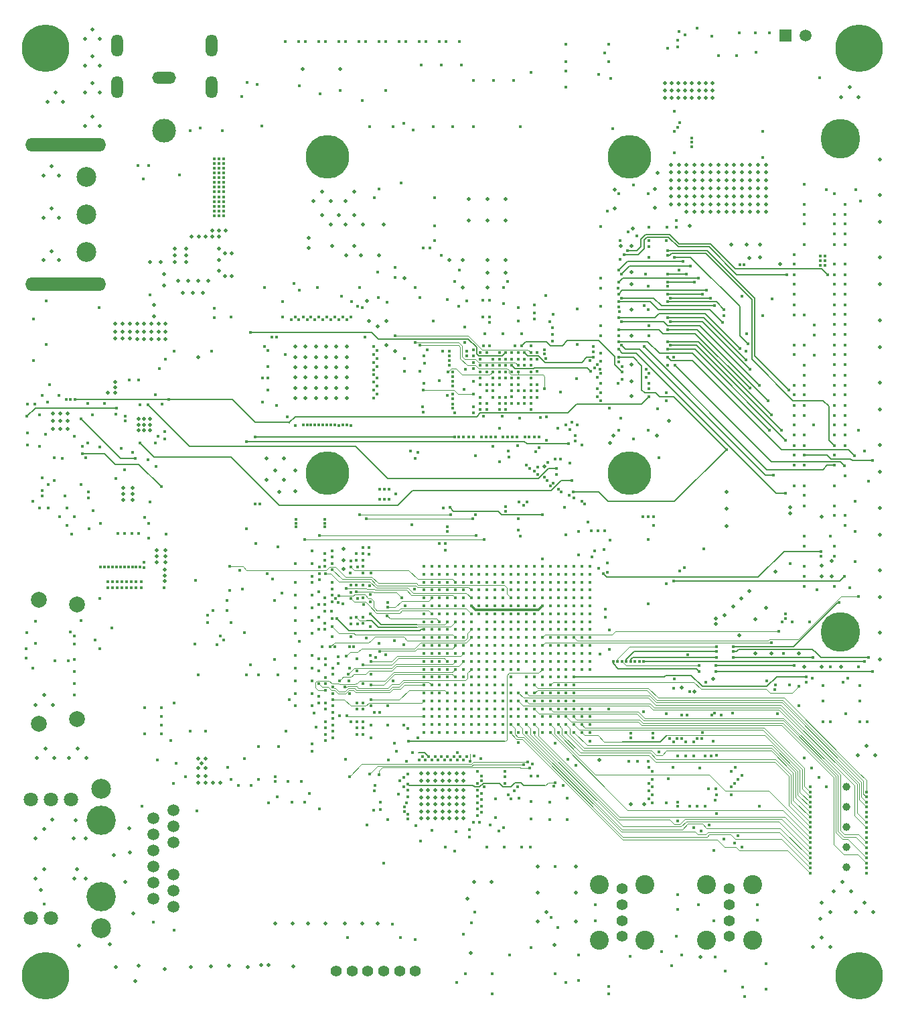
<source format=gbr>
G04 (created by PCBNEW (2013-07-07 BZR 4022)-stable) date 10/02/2015 04:29:17*
%MOIN*%
G04 Gerber Fmt 3.4, Leading zero omitted, Abs format*
%FSLAX34Y34*%
G01*
G70*
G90*
G04 APERTURE LIST*
%ADD10C,0.00590551*%
%ADD11C,0.019685*%
%ADD12R,0.0597X0.0597*%
%ADD13C,0.0597*%
%ADD14C,0.23622*%
%ADD15C,0.0787402*%
%ADD16C,0.216535*%
%ADD17C,0.0708661*%
%ADD18C,0.0590551*%
%ADD19C,0.0984252*%
%ADD20C,0.145669*%
%ADD21C,0.0393701*%
%ADD22C,0.0944882*%
%ADD23C,0.0551181*%
%ADD24C,0.015748*%
%ADD25C,0.19685*%
%ADD26O,0.401575X0.0669291*%
%ADD27O,0.0590551X0.110236*%
%ADD28O,0.11811X0.0590551*%
%ADD29C,0.11811*%
%ADD30C,0.00787402*%
%ADD31C,0.00393701*%
%ADD32C,0.011811*%
G04 APERTURE END LIST*
G54D10*
G54D11*
X71889Y-46692D03*
X71531Y-46232D03*
X71141Y-46692D03*
X71141Y-44566D03*
X71531Y-44106D03*
X71889Y-44566D03*
X71889Y-42480D03*
X71531Y-42019D03*
X71141Y-42480D03*
X71338Y-38818D03*
X71728Y-38358D03*
X72086Y-38818D03*
X73937Y-40000D03*
X73578Y-39539D03*
X73188Y-40000D03*
X73188Y-35669D03*
X73578Y-35208D03*
X73937Y-35669D03*
X73937Y-37007D03*
X73578Y-36547D03*
X73188Y-37007D03*
X73188Y-38346D03*
X73578Y-37885D03*
X73937Y-38346D03*
X104094Y-38602D03*
X104094Y-37874D03*
X104094Y-38248D03*
X103759Y-38248D03*
X103759Y-37874D03*
X103759Y-38602D03*
X103405Y-38602D03*
X103405Y-37874D03*
X103405Y-38248D03*
X103070Y-38248D03*
X103070Y-37874D03*
X103070Y-38602D03*
X105118Y-59055D03*
X105118Y-58208D03*
X105118Y-59921D03*
X107559Y-62185D03*
X88188Y-50925D03*
X88637Y-51200D03*
X93236Y-43653D03*
X92291Y-43653D03*
X94141Y-43653D03*
X94141Y-44716D03*
X94133Y-46673D03*
X94133Y-47303D03*
X92291Y-44716D03*
X84019Y-37181D03*
X85889Y-37185D03*
X79074Y-48307D03*
X78582Y-48307D03*
X78070Y-48307D03*
X77212Y-49850D03*
X77212Y-50598D03*
X77212Y-50244D03*
X76858Y-50244D03*
X76858Y-50598D03*
X76858Y-49850D03*
X76503Y-49850D03*
X76503Y-50598D03*
X76503Y-50244D03*
X75082Y-50236D03*
X75082Y-50590D03*
X75082Y-49842D03*
X74708Y-50236D03*
X74708Y-50590D03*
X74708Y-49842D03*
X75866Y-54866D03*
X76417Y-54866D03*
X76141Y-54866D03*
X76141Y-55141D03*
X76141Y-54590D03*
X76417Y-54590D03*
X76417Y-55141D03*
X75866Y-55141D03*
X71968Y-54688D03*
X71968Y-54314D03*
X71968Y-55062D03*
X72342Y-55062D03*
X72342Y-54314D03*
X72342Y-54688D03*
X75570Y-58307D03*
X75098Y-58307D03*
X77165Y-62637D03*
X106279Y-63129D03*
X105039Y-64330D03*
X79527Y-45216D03*
X80196Y-45216D03*
X79862Y-45216D03*
X79192Y-45511D03*
X79527Y-45511D03*
X78858Y-45511D03*
X78503Y-45511D03*
X77677Y-46456D03*
X78228Y-46456D03*
X78228Y-46791D03*
X77677Y-46791D03*
X84330Y-45570D03*
X78826Y-51507D03*
X79330Y-47696D03*
X78838Y-47696D03*
X78326Y-47696D03*
X77834Y-47696D03*
X76625Y-48897D03*
X77145Y-47933D03*
X77145Y-47381D03*
X77677Y-46122D03*
X78228Y-46122D03*
X76968Y-46791D03*
X79862Y-46673D03*
X86200Y-46437D03*
X86590Y-45976D03*
X86948Y-46437D03*
X85511Y-45964D03*
X84330Y-46082D03*
X80511Y-46358D03*
X80177Y-46358D03*
X80177Y-47480D03*
X80511Y-47480D03*
X74350Y-53287D03*
X74685Y-53011D03*
X74685Y-52736D03*
X74685Y-53287D03*
X75437Y-49842D03*
X75437Y-50590D03*
X75437Y-50236D03*
X98807Y-71535D03*
X104606Y-64507D03*
X105866Y-63523D03*
X105452Y-63897D03*
X107106Y-63976D03*
X104606Y-64783D03*
X106555Y-64527D03*
X105767Y-65354D03*
X106555Y-66259D03*
X103149Y-41929D03*
X103149Y-42322D03*
X103149Y-42716D03*
X103149Y-43503D03*
X103149Y-43110D03*
X103149Y-43897D03*
X103149Y-44291D03*
X102755Y-43897D03*
X102362Y-43897D03*
X102755Y-43110D03*
X102362Y-43110D03*
X102362Y-43503D03*
X102755Y-43503D03*
X102755Y-42716D03*
X102362Y-42716D03*
X102362Y-42322D03*
X102755Y-42322D03*
X102755Y-41929D03*
X102362Y-41929D03*
X103543Y-41929D03*
X103937Y-41929D03*
X103937Y-42322D03*
X103543Y-42322D03*
X103543Y-42716D03*
X103937Y-42716D03*
X103937Y-43503D03*
X103543Y-43503D03*
X103543Y-43110D03*
X103937Y-43110D03*
X103543Y-43897D03*
X103937Y-43897D03*
X103937Y-44291D03*
X103543Y-44291D03*
X107791Y-46889D03*
X101716Y-42334D03*
X106811Y-45925D03*
X106259Y-46570D03*
X93228Y-47303D03*
X93228Y-46673D03*
X93228Y-48051D03*
X92007Y-48051D03*
X100354Y-73759D03*
X101023Y-73759D03*
X97637Y-79586D03*
X97637Y-78129D03*
X97637Y-76830D03*
X95748Y-76830D03*
X95748Y-78129D03*
X93425Y-77618D03*
X92559Y-77618D03*
X92240Y-78448D03*
X92389Y-81149D03*
X96566Y-80759D03*
X95748Y-79586D03*
X96181Y-79114D03*
X74629Y-76291D03*
X75216Y-77602D03*
X75401Y-74960D03*
X87755Y-79665D03*
X87007Y-79665D03*
X86141Y-79665D03*
X82677Y-79665D03*
X83543Y-79665D03*
X85157Y-79665D03*
X84291Y-79665D03*
X79940Y-72677D03*
X79566Y-72677D03*
X78838Y-72677D03*
X79192Y-72677D03*
X109862Y-59429D03*
X110354Y-62401D03*
X110354Y-61633D03*
X109862Y-61870D03*
X109862Y-62401D03*
X108720Y-66259D03*
X107381Y-66259D03*
X104468Y-67500D03*
X103543Y-68129D03*
X102893Y-67933D03*
X99872Y-45964D03*
X81960Y-81755D03*
X81299Y-81830D03*
X83578Y-81799D03*
X82334Y-81755D03*
X102066Y-38602D03*
X102066Y-37874D03*
X102066Y-38248D03*
X102401Y-38248D03*
X102401Y-37874D03*
X102401Y-38602D03*
X102736Y-38602D03*
X102736Y-37874D03*
X102736Y-38248D03*
X104429Y-38248D03*
X104429Y-37874D03*
X104429Y-38602D03*
X103291Y-44980D03*
X106799Y-46555D03*
X83110Y-57618D03*
X82244Y-57618D03*
X82677Y-57145D03*
X103822Y-81342D03*
X93236Y-44716D03*
X86614Y-44429D03*
X86181Y-44901D03*
X87047Y-44901D03*
X85822Y-44440D03*
X86181Y-43759D03*
X86614Y-43287D03*
X87771Y-49980D03*
X85000Y-43287D03*
X84566Y-43759D03*
X85433Y-43759D03*
X85433Y-44901D03*
X85000Y-44429D03*
X86062Y-62027D03*
X86062Y-61043D03*
X86062Y-61594D03*
X82244Y-56555D03*
X83110Y-56555D03*
X83677Y-58188D03*
X83681Y-57141D03*
X82881Y-58212D03*
X88070Y-44901D03*
X92007Y-46673D03*
X91338Y-46673D03*
X87834Y-46437D03*
X89094Y-47578D03*
X87248Y-48700D03*
X88188Y-49704D03*
X87322Y-49704D03*
X96062Y-56948D03*
X99318Y-55787D03*
X101653Y-55413D03*
X102283Y-54685D03*
X99488Y-55413D03*
X100393Y-53444D03*
X100393Y-52696D03*
X100393Y-51870D03*
X100393Y-50452D03*
X100393Y-49153D03*
X100393Y-47893D03*
X100393Y-47263D03*
X100393Y-45964D03*
X100472Y-45098D03*
X106141Y-45925D03*
X105354Y-45925D03*
X99566Y-43169D03*
X99566Y-44114D03*
X101574Y-43129D03*
X101574Y-44074D03*
X111259Y-38090D03*
X110826Y-38562D03*
X111692Y-38562D03*
X112755Y-52775D03*
X112755Y-51003D03*
X112755Y-47893D03*
X112755Y-49665D03*
X112755Y-43444D03*
X112755Y-41673D03*
X112755Y-44783D03*
X112755Y-46555D03*
X112755Y-58996D03*
X112755Y-57224D03*
X112755Y-54114D03*
X112755Y-55885D03*
X112755Y-62106D03*
X112755Y-60334D03*
X112755Y-63444D03*
X112755Y-65216D03*
X112755Y-66555D03*
X110826Y-66909D03*
X109015Y-66909D03*
X109881Y-66909D03*
X112086Y-70846D03*
X111653Y-71318D03*
X112519Y-71318D03*
X111338Y-78090D03*
X110472Y-78090D03*
X110905Y-77618D03*
X112007Y-78641D03*
X111574Y-79114D03*
X112440Y-79114D03*
X110314Y-79114D03*
X109811Y-79460D03*
X109881Y-78641D03*
X109881Y-80374D03*
X109448Y-80846D03*
X110314Y-80846D03*
X79192Y-72342D03*
X78838Y-72342D03*
X75881Y-81791D03*
X75688Y-82531D03*
X77169Y-81933D03*
X74440Y-80720D03*
X72909Y-80791D03*
X74724Y-81830D03*
X72795Y-76988D03*
X72669Y-77452D03*
X73228Y-77460D03*
X71000Y-78023D03*
X70748Y-77460D03*
X71181Y-76988D03*
X71181Y-74980D03*
X70748Y-75452D03*
X71566Y-74507D03*
X73228Y-75452D03*
X72641Y-75456D03*
X72732Y-74559D03*
X72834Y-70964D03*
X72401Y-71437D03*
X73267Y-71437D03*
X71653Y-71437D03*
X70787Y-71437D03*
X71220Y-70964D03*
X71181Y-68326D03*
X70748Y-68799D03*
X71614Y-68799D03*
X80362Y-81791D03*
X78468Y-81858D03*
X79468Y-81811D03*
X75598Y-79181D03*
X75448Y-76149D03*
X76625Y-49468D03*
X75570Y-58602D03*
X75098Y-58602D03*
X79862Y-47224D03*
X79862Y-45511D03*
X79862Y-46102D03*
X76417Y-46791D03*
X75570Y-58011D03*
X75098Y-58011D03*
X92047Y-74429D03*
X91692Y-74429D03*
X90984Y-74429D03*
X91338Y-74429D03*
X90629Y-74429D03*
X90275Y-74429D03*
X89921Y-74429D03*
X89921Y-74114D03*
X90275Y-74114D03*
X90629Y-74114D03*
X91338Y-74114D03*
X90984Y-74114D03*
X91692Y-74114D03*
X92047Y-74114D03*
X92047Y-73759D03*
X91692Y-73759D03*
X90984Y-73759D03*
X91338Y-73759D03*
X90629Y-73759D03*
X90275Y-73759D03*
X89921Y-73759D03*
X89921Y-73051D03*
X90275Y-73051D03*
X90629Y-73051D03*
X91338Y-73051D03*
X90984Y-73051D03*
X91692Y-73051D03*
X92047Y-73051D03*
X92047Y-73405D03*
X91692Y-73405D03*
X90984Y-73405D03*
X91338Y-73405D03*
X90629Y-73405D03*
X90275Y-73405D03*
X89921Y-73405D03*
X89921Y-72578D03*
X90275Y-72578D03*
X90629Y-72578D03*
X91338Y-72578D03*
X90984Y-72578D03*
X91692Y-72578D03*
X92047Y-72578D03*
X92047Y-72224D03*
X91692Y-72224D03*
X90984Y-72224D03*
X91338Y-72224D03*
X90629Y-72224D03*
X90275Y-72224D03*
X89921Y-72224D03*
X77165Y-62362D03*
X77165Y-62086D03*
X77204Y-61417D03*
X76771Y-61417D03*
X76771Y-61712D03*
X77204Y-61712D03*
X77204Y-61122D03*
X76771Y-61122D03*
X71594Y-54688D03*
X71594Y-54314D03*
X71594Y-55062D03*
X76149Y-50244D03*
X75795Y-50244D03*
X75795Y-50598D03*
X76149Y-50598D03*
X75795Y-49850D03*
X76149Y-49850D03*
X75866Y-54590D03*
X108307Y-58976D03*
X108307Y-59291D03*
X104330Y-44291D03*
X104724Y-44291D03*
X105511Y-44291D03*
X105118Y-44291D03*
X105905Y-44291D03*
X106299Y-44291D03*
X106692Y-44291D03*
X107086Y-44291D03*
X107086Y-43897D03*
X106692Y-43897D03*
X106299Y-43897D03*
X105905Y-43897D03*
X105118Y-43897D03*
X105511Y-43897D03*
X104724Y-43897D03*
X104330Y-43897D03*
X107086Y-43110D03*
X106692Y-43110D03*
X106299Y-43110D03*
X105905Y-43110D03*
X105118Y-43110D03*
X105511Y-43110D03*
X104724Y-43110D03*
X104330Y-43110D03*
X104330Y-43503D03*
X104724Y-43503D03*
X105511Y-43503D03*
X105118Y-43503D03*
X105905Y-43503D03*
X106299Y-43503D03*
X106692Y-43503D03*
X107086Y-43503D03*
X107086Y-42716D03*
X106692Y-42716D03*
X106299Y-42716D03*
X105905Y-42716D03*
X105118Y-42716D03*
X105511Y-42716D03*
X104724Y-42716D03*
X104330Y-42716D03*
X104330Y-42322D03*
X104724Y-42322D03*
X105511Y-42322D03*
X105118Y-42322D03*
X105905Y-42322D03*
X106299Y-42322D03*
X106692Y-42322D03*
X107086Y-42322D03*
X107086Y-41929D03*
X106692Y-41929D03*
X106299Y-41929D03*
X105905Y-41929D03*
X105118Y-41929D03*
X105511Y-41929D03*
X104724Y-41929D03*
G54D12*
X108083Y-35511D03*
G54D13*
X109083Y-35511D03*
G54D14*
X111732Y-82283D03*
X111732Y-36141D03*
X71220Y-36141D03*
X71220Y-82283D03*
G54D11*
X104330Y-41929D03*
G54D15*
X70885Y-63562D03*
X72814Y-63799D03*
X72814Y-69507D03*
X70885Y-69744D03*
G54D11*
X78838Y-71948D03*
X78838Y-71476D03*
X79192Y-71476D03*
X79192Y-71948D03*
X79015Y-71712D03*
X83661Y-53543D03*
X83661Y-53031D03*
X83661Y-52007D03*
X83661Y-52519D03*
X83661Y-51496D03*
X83661Y-50984D03*
X84173Y-51496D03*
X84173Y-52519D03*
X84173Y-52007D03*
X84173Y-53031D03*
X84173Y-53543D03*
X84173Y-50984D03*
X84685Y-53543D03*
X84685Y-53031D03*
X84685Y-52007D03*
X84685Y-52519D03*
X84685Y-51496D03*
X84685Y-50984D03*
X85196Y-51496D03*
X85196Y-52519D03*
X85196Y-52007D03*
X85196Y-53031D03*
X85196Y-53543D03*
X85196Y-50984D03*
X85708Y-53543D03*
X85708Y-53031D03*
X85708Y-52007D03*
X85708Y-52519D03*
X85708Y-51496D03*
X85708Y-50984D03*
X86220Y-50984D03*
X86220Y-51496D03*
X86220Y-52007D03*
X86220Y-53543D03*
X86220Y-53031D03*
X86220Y-52519D03*
G54D16*
X100291Y-41531D03*
X85251Y-41531D03*
X100291Y-57279D03*
X85251Y-57279D03*
G54D17*
X71515Y-79417D03*
X70515Y-79417D03*
X72515Y-73496D03*
X71515Y-73496D03*
G54D18*
X77614Y-78854D03*
X77614Y-78055D03*
X77614Y-77255D03*
X77614Y-75657D03*
X77614Y-74858D03*
X77614Y-74059D03*
X76614Y-78454D03*
X76614Y-77655D03*
X76614Y-76856D03*
X76614Y-74458D03*
X76614Y-75257D03*
G54D19*
X74015Y-79921D03*
G54D20*
X74015Y-78356D03*
X74015Y-74557D03*
G54D19*
X74015Y-72992D03*
G54D18*
X76614Y-76057D03*
G54D17*
X70515Y-73496D03*
G54D21*
X111102Y-72881D03*
X111102Y-73881D03*
X111102Y-74881D03*
X111102Y-75881D03*
X111102Y-76881D03*
G54D22*
X106417Y-77755D03*
X104133Y-77755D03*
X106417Y-80511D03*
X104133Y-80511D03*
G54D23*
X105275Y-77952D03*
X105275Y-78740D03*
X105275Y-79527D03*
X105275Y-80314D03*
G54D22*
X101082Y-77755D03*
X98799Y-77755D03*
X101082Y-80511D03*
X98799Y-80511D03*
G54D23*
X99940Y-77952D03*
X99940Y-78740D03*
X99940Y-79527D03*
X99940Y-80314D03*
G54D24*
X98326Y-61909D03*
X98326Y-62303D03*
X98326Y-62696D03*
X98326Y-63090D03*
X98326Y-63484D03*
X98326Y-63877D03*
X98326Y-64271D03*
X98326Y-64665D03*
X98326Y-65059D03*
X98326Y-65452D03*
X98326Y-65846D03*
X98326Y-66240D03*
X98326Y-66633D03*
X98326Y-67027D03*
X98326Y-68996D03*
X98326Y-69389D03*
X98326Y-69783D03*
X98326Y-70177D03*
X97933Y-61909D03*
X97933Y-62303D03*
X97933Y-62696D03*
X97933Y-63090D03*
X97933Y-63484D03*
X97933Y-63877D03*
X97933Y-64271D03*
X97933Y-64665D03*
X97933Y-65059D03*
X97933Y-65452D03*
X97933Y-65846D03*
X97933Y-66240D03*
X97933Y-66633D03*
X97933Y-67027D03*
X97933Y-68996D03*
X97933Y-69389D03*
X97933Y-69783D03*
X97933Y-70177D03*
X97539Y-61909D03*
X97539Y-62303D03*
X97539Y-62696D03*
X97539Y-63090D03*
X97539Y-63484D03*
X97539Y-63877D03*
X97539Y-64271D03*
X97539Y-64665D03*
X97539Y-65059D03*
X97539Y-65452D03*
X97539Y-65846D03*
X97539Y-66240D03*
X97539Y-66633D03*
X97539Y-67027D03*
X97539Y-67421D03*
X97539Y-67814D03*
X97539Y-68208D03*
X97539Y-68602D03*
X97539Y-68996D03*
X97539Y-69389D03*
X97539Y-69783D03*
X97539Y-70177D03*
X97145Y-61909D03*
X97145Y-62303D03*
X97145Y-62696D03*
X97145Y-63090D03*
X97145Y-63484D03*
X97145Y-63877D03*
X97145Y-64271D03*
X97145Y-64665D03*
X97145Y-65059D03*
X97145Y-65452D03*
X97145Y-65846D03*
X97145Y-66240D03*
X97145Y-66633D03*
X97145Y-67027D03*
X97145Y-67421D03*
X97145Y-67814D03*
X97145Y-68208D03*
X97145Y-68602D03*
X97145Y-68996D03*
X97145Y-69389D03*
X97145Y-69783D03*
X97145Y-70177D03*
X96751Y-61909D03*
X96751Y-62303D03*
X96751Y-62696D03*
X96751Y-63090D03*
X96751Y-63484D03*
X96751Y-63877D03*
X96751Y-64271D03*
X96751Y-64665D03*
X96751Y-65059D03*
X96751Y-65452D03*
X96751Y-65846D03*
X96751Y-66240D03*
X96751Y-66633D03*
X96751Y-67027D03*
X96751Y-67421D03*
X96751Y-67814D03*
X96751Y-68208D03*
X96751Y-68602D03*
X96751Y-68996D03*
X96751Y-69389D03*
X96751Y-69783D03*
X96751Y-70177D03*
X96358Y-61909D03*
X96358Y-62303D03*
X96358Y-62696D03*
X96358Y-63090D03*
X96358Y-63484D03*
X96358Y-63877D03*
X96358Y-64271D03*
X96358Y-64665D03*
X96358Y-65059D03*
X96358Y-65452D03*
X96358Y-65846D03*
X96358Y-66240D03*
X96358Y-66633D03*
X96358Y-67027D03*
X96358Y-67421D03*
X96358Y-67814D03*
X96358Y-68208D03*
X96358Y-68602D03*
X96358Y-68996D03*
X96358Y-69389D03*
X96358Y-69783D03*
X96358Y-70177D03*
X95964Y-61909D03*
X95964Y-62303D03*
X95964Y-62696D03*
X95964Y-63090D03*
X95964Y-63484D03*
X95964Y-63877D03*
X95964Y-64271D03*
X95964Y-64665D03*
X95964Y-65059D03*
X95964Y-65452D03*
X95964Y-65846D03*
X95964Y-66240D03*
X95964Y-66633D03*
X95964Y-67027D03*
X95964Y-67421D03*
X95964Y-67814D03*
X95964Y-68208D03*
X95964Y-68602D03*
X95964Y-68996D03*
X95964Y-69389D03*
X95964Y-69783D03*
X95964Y-70177D03*
X95570Y-61909D03*
X95570Y-62303D03*
X95570Y-62696D03*
X95570Y-63090D03*
X95570Y-63484D03*
X95570Y-63877D03*
X95570Y-64271D03*
X95570Y-64665D03*
X95570Y-65059D03*
X95570Y-65452D03*
X95570Y-65846D03*
X95570Y-66240D03*
X95570Y-66633D03*
X95570Y-67027D03*
X95570Y-67421D03*
X95570Y-67814D03*
X95570Y-68208D03*
X95570Y-68602D03*
X95570Y-68996D03*
X95570Y-69389D03*
X95570Y-69783D03*
X95570Y-70177D03*
X95177Y-61909D03*
X95177Y-62303D03*
X95177Y-62696D03*
X95177Y-63090D03*
X95177Y-63484D03*
X95177Y-63877D03*
X95177Y-64271D03*
X95177Y-64665D03*
X95177Y-65059D03*
X95177Y-65452D03*
X95177Y-65846D03*
X95177Y-66240D03*
X95177Y-66633D03*
X95177Y-67421D03*
X95177Y-67814D03*
X95177Y-68208D03*
X95177Y-68602D03*
X95177Y-68996D03*
X95177Y-69389D03*
X95177Y-69783D03*
X95177Y-70177D03*
X94783Y-61909D03*
X94783Y-62303D03*
X94783Y-62696D03*
X94783Y-63090D03*
X94783Y-63484D03*
X94783Y-63877D03*
X94783Y-64271D03*
X94783Y-64665D03*
X94783Y-65059D03*
X94783Y-65452D03*
X94783Y-65846D03*
X94783Y-66240D03*
X94783Y-66633D03*
X94783Y-67027D03*
X94783Y-68208D03*
X94783Y-68602D03*
X94783Y-68996D03*
X94783Y-69389D03*
X94783Y-69783D03*
X94783Y-70177D03*
X94389Y-61909D03*
X94389Y-62303D03*
X94389Y-62696D03*
X94389Y-63090D03*
X94389Y-63484D03*
X94389Y-63877D03*
X94389Y-64271D03*
X94389Y-64665D03*
X94389Y-65059D03*
X94389Y-65452D03*
X94389Y-65846D03*
X94389Y-66240D03*
X94389Y-66633D03*
X94389Y-67027D03*
X94389Y-67421D03*
X94389Y-67814D03*
X94389Y-68208D03*
X94389Y-68602D03*
X94389Y-68996D03*
X94389Y-69389D03*
X94389Y-69783D03*
X94389Y-70177D03*
X93996Y-61909D03*
X93996Y-62303D03*
X93996Y-62696D03*
X93996Y-63090D03*
X93996Y-63484D03*
X93996Y-63877D03*
X93996Y-64271D03*
X93996Y-64665D03*
X93996Y-65059D03*
X93996Y-65452D03*
X93996Y-65846D03*
X93996Y-66240D03*
X93996Y-66633D03*
X93996Y-67027D03*
X93996Y-67814D03*
X93996Y-68208D03*
X93996Y-68602D03*
X93996Y-68996D03*
X93996Y-69389D03*
X93996Y-69783D03*
X93996Y-70177D03*
X93602Y-61909D03*
X93602Y-62303D03*
X93602Y-62696D03*
X93602Y-63090D03*
X93602Y-63484D03*
X93602Y-63877D03*
X93602Y-64271D03*
X93602Y-64665D03*
X93602Y-65059D03*
X93602Y-65452D03*
X93602Y-65846D03*
X93602Y-66240D03*
X93602Y-66633D03*
X93602Y-67027D03*
X93602Y-67421D03*
X93602Y-67814D03*
X93602Y-68208D03*
X93602Y-68602D03*
X93602Y-68996D03*
X93602Y-69389D03*
X93602Y-69783D03*
X93602Y-70177D03*
X93208Y-61909D03*
X93208Y-62303D03*
X93208Y-62696D03*
X93208Y-63090D03*
X93208Y-63484D03*
X93208Y-63877D03*
X93208Y-64271D03*
X93208Y-64665D03*
X93208Y-65059D03*
X93208Y-65452D03*
X93208Y-65846D03*
X93208Y-66240D03*
X93208Y-66633D03*
X93208Y-67027D03*
X93208Y-67421D03*
X93208Y-67814D03*
X93208Y-68208D03*
X93208Y-68602D03*
X93208Y-68996D03*
X93208Y-69389D03*
X93208Y-69783D03*
X93208Y-70177D03*
X92814Y-61909D03*
X92814Y-62303D03*
X92814Y-62696D03*
X92814Y-63090D03*
X92814Y-63484D03*
X92814Y-63877D03*
X92814Y-64271D03*
X92814Y-65059D03*
X92814Y-65452D03*
X92814Y-65846D03*
X92814Y-66240D03*
X92814Y-66633D03*
X92814Y-67027D03*
X92814Y-67421D03*
X92814Y-67814D03*
X92814Y-68208D03*
X92814Y-68602D03*
X92814Y-68996D03*
X92814Y-69389D03*
X92814Y-69783D03*
X92814Y-70177D03*
X92421Y-61909D03*
X92421Y-62303D03*
X92421Y-62696D03*
X92421Y-63090D03*
X92421Y-63484D03*
X92421Y-63877D03*
X92421Y-64271D03*
X92421Y-64665D03*
X92421Y-65059D03*
X92421Y-65452D03*
X92421Y-65846D03*
X92421Y-66240D03*
X92421Y-66633D03*
X92421Y-67027D03*
X92421Y-67421D03*
X92421Y-67814D03*
X92421Y-68208D03*
X92421Y-68602D03*
X92421Y-68996D03*
X92421Y-69389D03*
X92421Y-69783D03*
X92421Y-70177D03*
X92027Y-61909D03*
X92027Y-62303D03*
X92027Y-62696D03*
X92027Y-63090D03*
X92027Y-63484D03*
X92027Y-63877D03*
X92027Y-64271D03*
X92027Y-64665D03*
X92027Y-65059D03*
X92027Y-65452D03*
X92027Y-65846D03*
X92027Y-66240D03*
X92027Y-66633D03*
X92027Y-67027D03*
X92027Y-67421D03*
X92027Y-67814D03*
X92027Y-68208D03*
X92027Y-68602D03*
X92027Y-68996D03*
X92027Y-69389D03*
X92027Y-69783D03*
X92027Y-70177D03*
X91633Y-61909D03*
X91633Y-62303D03*
X91633Y-62696D03*
X91633Y-63090D03*
X91633Y-63484D03*
X91633Y-63877D03*
X91633Y-64271D03*
X91633Y-64665D03*
X91633Y-65059D03*
X91633Y-65452D03*
X91633Y-65846D03*
X91633Y-66240D03*
X91633Y-66633D03*
X91633Y-67027D03*
X91633Y-67421D03*
X91633Y-67814D03*
X91633Y-68208D03*
X91633Y-68602D03*
X91633Y-68996D03*
X91633Y-69389D03*
X91633Y-69783D03*
X91633Y-70177D03*
X91240Y-61909D03*
X91240Y-62303D03*
X91240Y-62696D03*
X91240Y-63090D03*
X91240Y-63484D03*
X91240Y-63877D03*
X91240Y-64271D03*
X91240Y-64665D03*
X91240Y-65059D03*
X91240Y-65452D03*
X91240Y-65846D03*
X91240Y-66240D03*
X91240Y-66633D03*
X91240Y-67027D03*
X91240Y-67421D03*
X91240Y-67814D03*
X91240Y-68208D03*
X91240Y-68602D03*
X91240Y-68996D03*
X91240Y-69389D03*
X91240Y-69783D03*
X91240Y-70177D03*
X90846Y-61909D03*
X90846Y-62303D03*
X90846Y-62696D03*
X90846Y-63090D03*
X90846Y-63484D03*
X90846Y-63877D03*
X90846Y-64271D03*
X90846Y-64665D03*
X90846Y-65059D03*
X90846Y-65452D03*
X90846Y-65846D03*
X90846Y-66240D03*
X90846Y-66633D03*
X90846Y-67027D03*
X90846Y-67421D03*
X90846Y-67814D03*
X90846Y-68208D03*
X90846Y-68602D03*
X90846Y-68996D03*
X90846Y-69389D03*
X90846Y-69783D03*
X90846Y-70177D03*
X90452Y-61909D03*
X90452Y-62303D03*
X90452Y-62696D03*
X90452Y-63090D03*
X90452Y-63484D03*
X90452Y-63877D03*
X90452Y-64271D03*
X90452Y-64665D03*
X90452Y-65059D03*
X90452Y-65452D03*
X90452Y-65846D03*
X90452Y-66240D03*
X90452Y-66633D03*
X90452Y-67027D03*
X90452Y-67421D03*
X90452Y-67814D03*
X90452Y-68208D03*
X90452Y-68602D03*
X90452Y-68996D03*
X90452Y-69389D03*
X90452Y-69783D03*
X90452Y-70177D03*
X90059Y-61909D03*
X90059Y-62303D03*
X90059Y-62696D03*
X90059Y-63090D03*
X90059Y-63484D03*
X90059Y-63877D03*
X90059Y-64271D03*
X90059Y-64665D03*
X90059Y-65059D03*
X90059Y-65452D03*
X90059Y-65846D03*
X90059Y-66240D03*
X90059Y-66633D03*
X90059Y-67027D03*
X90059Y-67421D03*
X90059Y-67814D03*
X90059Y-68208D03*
X90059Y-68602D03*
X90059Y-68996D03*
X90059Y-69389D03*
X90059Y-69783D03*
X90059Y-70177D03*
G54D25*
X110787Y-40633D03*
X110787Y-65192D03*
G54D24*
X80102Y-44000D03*
X79866Y-44000D03*
X79629Y-44236D03*
X79629Y-44000D03*
X79629Y-44472D03*
X79866Y-44472D03*
X80102Y-44472D03*
X80102Y-44236D03*
X79866Y-44236D03*
X79629Y-43055D03*
X79866Y-43055D03*
X80102Y-43055D03*
X79866Y-43527D03*
X80102Y-43527D03*
X80102Y-43763D03*
X79866Y-43763D03*
X79629Y-43763D03*
X79629Y-43291D03*
X79629Y-43527D03*
X79866Y-43291D03*
X80102Y-43291D03*
X80102Y-42346D03*
X79866Y-42346D03*
X79629Y-42582D03*
X79629Y-42346D03*
X79629Y-42818D03*
X79866Y-42818D03*
X80102Y-42818D03*
X80102Y-42582D03*
X79866Y-42582D03*
X79866Y-41874D03*
X80102Y-41874D03*
X80102Y-42110D03*
X79866Y-42110D03*
X79629Y-42110D03*
X79629Y-41637D03*
X79629Y-41874D03*
X79866Y-41637D03*
X80102Y-41637D03*
G54D19*
X73251Y-42539D03*
X73251Y-44409D03*
X73251Y-46279D03*
G54D26*
X72244Y-47874D03*
X72244Y-40944D03*
G54D27*
X74803Y-38066D03*
X74803Y-36019D03*
X79488Y-36019D03*
G54D28*
X77145Y-37614D03*
G54D27*
X79488Y-38066D03*
G54D29*
X77145Y-40232D03*
G54D23*
X85708Y-82047D03*
X86496Y-82047D03*
X89645Y-82047D03*
X88858Y-82047D03*
X88070Y-82047D03*
X87283Y-82047D03*
G54D24*
X99468Y-40137D03*
X94822Y-54557D03*
X89271Y-73051D03*
X87606Y-73062D03*
X95389Y-73602D03*
X92923Y-74143D03*
X96326Y-73629D03*
X92539Y-74645D03*
X82751Y-73385D03*
X90462Y-71545D03*
X83507Y-73649D03*
X90620Y-71377D03*
X84149Y-73633D03*
X90935Y-71377D03*
X84377Y-73212D03*
X91250Y-71377D03*
X91407Y-71545D03*
X91564Y-71377D03*
X91879Y-71377D03*
X92037Y-71545D03*
X92923Y-73828D03*
X92746Y-73671D03*
X92923Y-73513D03*
X92746Y-73356D03*
X92746Y-73041D03*
X93080Y-72883D03*
X92746Y-72726D03*
X92923Y-72568D03*
X102755Y-47185D03*
X111023Y-44409D03*
X110511Y-44881D03*
X102952Y-46751D03*
X99763Y-47185D03*
X102185Y-48759D03*
X105000Y-49133D03*
X111023Y-48897D03*
X99763Y-48759D03*
X104921Y-49763D03*
X110511Y-49370D03*
X103149Y-47381D03*
X102185Y-47381D03*
X111023Y-44881D03*
X110511Y-45393D03*
X103346Y-46968D03*
X99901Y-47381D03*
X103543Y-47775D03*
X102185Y-47775D03*
X111023Y-45905D03*
X99763Y-47775D03*
X103740Y-47578D03*
X110511Y-46889D03*
X103937Y-48366D03*
X102185Y-48366D03*
X111023Y-47401D03*
X104133Y-48188D03*
X99763Y-48366D03*
X110511Y-47874D03*
X104330Y-48562D03*
X102322Y-48562D03*
X111023Y-47874D03*
X104527Y-48956D03*
X99901Y-48562D03*
X110511Y-48385D03*
X102185Y-49547D03*
X106102Y-51653D03*
X110511Y-51377D03*
X99763Y-49547D03*
X105787Y-51062D03*
X110511Y-50905D03*
X102185Y-51122D03*
X108070Y-55629D03*
X110511Y-55393D03*
X108070Y-58267D03*
X99763Y-51122D03*
X111023Y-55393D03*
X102322Y-49744D03*
X106299Y-52125D03*
X111023Y-51889D03*
X106771Y-52913D03*
X99901Y-49744D03*
X111023Y-52401D03*
X102185Y-50137D03*
X107204Y-53661D03*
X111023Y-53385D03*
X106299Y-53051D03*
X110511Y-52401D03*
X99763Y-50137D03*
X107362Y-54370D03*
X102185Y-50728D03*
X110511Y-53897D03*
X107283Y-55157D03*
X99763Y-50728D03*
X111023Y-53897D03*
X102322Y-50925D03*
X107874Y-55157D03*
X111023Y-54881D03*
X107480Y-57381D03*
X99901Y-50925D03*
X110511Y-54409D03*
X85137Y-61909D03*
X86437Y-61633D03*
X87027Y-61909D03*
X85511Y-61141D03*
X87027Y-60964D03*
X85511Y-61771D03*
X87027Y-61594D03*
X85137Y-61594D03*
X86712Y-61594D03*
X85511Y-61456D03*
X87027Y-61279D03*
X85137Y-61279D03*
X86712Y-61279D03*
X85137Y-63484D03*
X87027Y-63484D03*
X85452Y-64153D03*
X86712Y-64429D03*
X87401Y-64291D03*
X84822Y-64429D03*
X87401Y-64921D03*
X84822Y-65059D03*
X85679Y-63523D03*
X85511Y-63031D03*
X88956Y-63464D03*
X86712Y-63169D03*
X87864Y-66151D03*
X87362Y-62874D03*
X84822Y-63169D03*
X87401Y-63661D03*
X89133Y-63877D03*
X84822Y-63799D03*
X85137Y-64744D03*
X85816Y-63700D03*
X88267Y-63952D03*
X87027Y-64744D03*
X87047Y-69645D03*
X85531Y-69803D03*
X85157Y-69645D03*
X86732Y-70275D03*
X85157Y-70590D03*
X86732Y-69645D03*
X86141Y-67921D03*
X85157Y-69960D03*
X87047Y-69960D03*
X85531Y-70118D03*
X86732Y-69960D03*
X85157Y-70275D03*
X87047Y-70275D03*
X85531Y-70433D03*
X87047Y-67755D03*
X85157Y-68070D03*
X86732Y-67125D03*
X85531Y-67283D03*
X84842Y-67125D03*
X87421Y-67283D03*
X84842Y-66496D03*
X87421Y-66653D03*
X86250Y-69330D03*
X85531Y-68543D03*
X84842Y-68385D03*
X87421Y-68543D03*
X84842Y-67755D03*
X87421Y-67814D03*
X87047Y-66811D03*
X85157Y-66811D03*
X95177Y-56889D03*
X87568Y-50984D03*
X95324Y-57037D03*
X87726Y-51181D03*
X97933Y-58661D03*
X87726Y-53346D03*
X98080Y-58809D03*
X87568Y-53543D03*
X95570Y-57185D03*
X87568Y-51377D03*
X87726Y-51574D03*
X95718Y-57332D03*
X96062Y-57480D03*
X87568Y-51771D03*
X96210Y-57627D03*
X87726Y-51968D03*
X96751Y-58070D03*
X87726Y-52559D03*
X96899Y-58218D03*
X87568Y-52755D03*
X97293Y-58366D03*
X87726Y-52952D03*
X97539Y-58513D03*
X87568Y-53149D03*
X83858Y-65649D03*
X95248Y-71637D03*
X86358Y-72364D03*
X95031Y-71787D03*
X87370Y-72228D03*
X95318Y-71940D03*
X87846Y-72287D03*
X96606Y-70704D03*
X91505Y-54055D03*
X91515Y-52952D03*
X94143Y-58956D03*
X91348Y-51909D03*
X91348Y-51683D03*
X90826Y-52687D03*
X91505Y-53572D03*
X91505Y-53346D03*
X91515Y-52470D03*
X91348Y-51427D03*
X91515Y-52726D03*
X94143Y-59173D03*
X91505Y-53828D03*
X91348Y-51200D03*
X91515Y-52244D03*
X95098Y-55492D03*
X95305Y-55492D03*
X92519Y-55492D03*
X91811Y-55492D03*
X92293Y-55492D03*
X92037Y-55492D03*
X93415Y-55492D03*
X93641Y-55492D03*
X95787Y-55492D03*
X94478Y-55492D03*
X94704Y-55492D03*
X95561Y-55492D03*
X93996Y-55492D03*
X94222Y-55492D03*
X92933Y-55492D03*
X93159Y-55492D03*
X82795Y-67322D03*
X82795Y-60954D03*
X78828Y-67322D03*
X80413Y-61909D03*
X81909Y-58799D03*
X81830Y-67322D03*
X94783Y-59547D03*
X81220Y-67322D03*
X81692Y-60787D03*
X102129Y-69228D03*
X102129Y-62779D03*
X77007Y-68937D03*
X77007Y-69370D03*
X77007Y-69803D03*
X77007Y-70236D03*
X109291Y-77165D03*
X109291Y-76909D03*
X109291Y-74645D03*
X109291Y-74389D03*
X109291Y-74143D03*
X109291Y-73887D03*
X109291Y-73641D03*
X109291Y-73385D03*
X109291Y-76663D03*
X109291Y-76407D03*
X109291Y-76161D03*
X109291Y-75905D03*
X109291Y-75649D03*
X109291Y-75403D03*
X109291Y-75147D03*
X109291Y-74891D03*
X112106Y-77165D03*
X112106Y-76909D03*
X112106Y-74645D03*
X112106Y-74389D03*
X112106Y-74143D03*
X112106Y-73887D03*
X112106Y-73631D03*
X112106Y-73385D03*
X112106Y-76663D03*
X112106Y-76407D03*
X112106Y-76161D03*
X112106Y-75905D03*
X112106Y-75649D03*
X112106Y-75403D03*
X112106Y-75147D03*
X112106Y-74901D03*
X101013Y-69143D03*
X101269Y-71909D03*
X101417Y-72106D03*
X94094Y-72106D03*
X94094Y-72391D03*
X101417Y-72500D03*
X94094Y-72696D03*
X101269Y-72696D03*
X94724Y-72893D03*
X101417Y-72893D03*
X94566Y-73090D03*
X101269Y-73090D03*
X94251Y-73287D03*
X101417Y-73287D03*
X101269Y-73484D03*
X94409Y-73484D03*
X72677Y-65767D03*
X73710Y-65570D03*
X104511Y-79535D03*
X103728Y-78740D03*
X94055Y-75866D03*
X105000Y-75492D03*
X105354Y-72893D03*
X95354Y-75866D03*
X105885Y-75866D03*
X105885Y-72303D03*
X104507Y-76043D03*
X104566Y-73543D03*
X96594Y-76850D03*
X93188Y-75866D03*
X105708Y-75314D03*
X105708Y-72500D03*
X94921Y-75866D03*
X105531Y-75688D03*
X105531Y-72696D03*
X95393Y-37350D03*
X95393Y-50954D03*
X94448Y-51289D03*
X88641Y-47047D03*
X91594Y-47755D03*
X94242Y-47755D03*
X89921Y-36968D03*
X92874Y-51289D03*
X90925Y-36968D03*
X93188Y-51919D03*
X91929Y-36968D03*
X93031Y-50954D03*
X92519Y-37736D03*
X93188Y-51289D03*
X93523Y-37736D03*
X93346Y-50954D03*
X94527Y-37736D03*
X93503Y-51604D03*
X104744Y-36496D03*
X98513Y-50964D03*
X93818Y-51289D03*
X105629Y-36496D03*
X98336Y-51692D03*
X93818Y-51604D03*
X106614Y-36338D03*
X94133Y-51919D03*
X98690Y-51879D03*
X99360Y-37647D03*
X97440Y-54728D03*
X95393Y-53494D03*
X86992Y-38740D03*
X94133Y-52549D03*
X84905Y-38409D03*
X94763Y-52864D03*
X88169Y-38248D03*
X95393Y-53809D03*
X85885Y-38244D03*
X94763Y-53179D03*
X83866Y-38015D03*
X95866Y-54498D03*
X111053Y-69242D03*
X107657Y-69232D03*
X76692Y-55787D03*
X76161Y-59488D03*
X89468Y-59842D03*
X78681Y-65787D03*
X76830Y-55452D03*
X87844Y-65738D03*
X70944Y-54389D03*
X70590Y-58681D03*
X98248Y-59724D03*
X77381Y-53622D03*
X72716Y-53622D03*
X101259Y-53484D03*
X84862Y-62263D03*
X84862Y-62578D03*
X87047Y-69015D03*
X87047Y-68700D03*
X86870Y-59360D03*
X91387Y-59360D03*
X86751Y-61948D03*
X86437Y-61948D03*
X92500Y-59527D03*
X87194Y-59527D03*
X87037Y-62253D03*
X86437Y-63523D03*
X85728Y-64507D03*
X85511Y-63661D03*
X84488Y-62401D03*
X84143Y-60570D03*
X93061Y-60570D03*
X86200Y-63011D03*
X86437Y-64783D03*
X85511Y-64921D03*
X85511Y-62086D03*
X84862Y-61948D03*
X84862Y-60374D03*
X92667Y-60374D03*
X85177Y-62263D03*
X85846Y-63366D03*
X86407Y-62234D03*
X85866Y-67598D03*
X85866Y-69330D03*
X85807Y-66417D03*
X85531Y-69488D03*
X85157Y-69015D03*
X85000Y-65925D03*
X85531Y-67913D03*
X86289Y-67283D03*
X87598Y-69173D03*
X87667Y-66427D03*
X85639Y-65925D03*
X86358Y-65925D03*
X86417Y-69645D03*
X86200Y-66368D03*
X87864Y-69173D03*
X88248Y-64374D03*
X86574Y-65925D03*
X86732Y-69015D03*
X85531Y-69173D03*
X85413Y-65925D03*
X73011Y-64625D03*
X73917Y-66003D03*
X79783Y-65816D03*
X86220Y-49635D03*
X79940Y-65383D03*
X85826Y-49635D03*
X74547Y-64980D03*
X96358Y-57923D03*
X87568Y-52372D03*
X87568Y-52155D03*
X96505Y-57775D03*
X81043Y-63031D03*
X84448Y-49517D03*
X84645Y-49635D03*
X80885Y-62106D03*
X80098Y-65580D03*
X85629Y-49517D03*
X97500Y-58208D03*
X111023Y-49370D03*
X105118Y-56102D03*
X99763Y-51515D03*
X97342Y-56791D03*
X111496Y-56417D03*
X102185Y-51515D03*
X107746Y-65137D03*
X108503Y-48385D03*
X108503Y-47874D03*
X107362Y-65698D03*
X94311Y-56486D03*
X89401Y-56161D03*
X91236Y-60165D03*
X98555Y-61129D03*
X89767Y-56240D03*
X91232Y-59937D03*
X94870Y-60425D03*
X95968Y-61555D03*
X95078Y-51917D03*
X91602Y-55480D03*
X81653Y-55472D03*
X74822Y-60275D03*
X81653Y-58799D03*
X94744Y-55905D03*
X94448Y-52234D03*
X98740Y-60137D03*
X99921Y-52244D03*
X94921Y-50954D03*
X95078Y-51604D03*
X99921Y-52608D03*
X99074Y-60137D03*
X97696Y-50875D03*
X94606Y-50954D03*
X95724Y-56984D03*
X94133Y-51289D03*
X81417Y-50285D03*
X81417Y-66811D03*
X90236Y-51141D03*
X91358Y-58984D03*
X95964Y-59360D03*
X94133Y-51604D03*
X94751Y-49720D03*
X94448Y-51604D03*
X96318Y-49753D03*
X95078Y-51289D03*
X98513Y-51515D03*
X98405Y-60137D03*
X98362Y-52220D03*
X97783Y-60185D03*
X94448Y-51919D03*
X93848Y-56722D03*
X94133Y-52234D03*
X88641Y-50433D03*
X88641Y-47539D03*
X95393Y-51289D03*
X75157Y-60275D03*
X96078Y-53062D03*
X89881Y-50925D03*
X89881Y-48543D03*
X94763Y-52234D03*
X75531Y-60275D03*
X96220Y-56732D03*
X89625Y-56555D03*
X89645Y-48041D03*
X89645Y-50767D03*
X94763Y-51919D03*
X91614Y-54291D03*
X94763Y-51604D03*
X94763Y-53809D03*
X95566Y-49614D03*
X95393Y-54124D03*
X96151Y-54488D03*
X98503Y-51259D03*
X99874Y-54547D03*
X93090Y-50334D03*
X90984Y-51200D03*
X96724Y-55059D03*
X85118Y-59763D03*
X93346Y-49763D03*
X85118Y-59566D03*
X85118Y-59960D03*
X94448Y-53484D03*
X95393Y-51604D03*
X93484Y-55944D03*
X76102Y-42637D03*
X75826Y-41968D03*
X76377Y-41968D03*
X94881Y-40039D03*
X92519Y-40039D03*
X91515Y-40039D03*
X90531Y-40039D03*
X91181Y-35807D03*
X91850Y-35807D03*
X90846Y-35807D03*
X90177Y-35807D03*
X89173Y-35807D03*
X89842Y-35807D03*
X88838Y-35807D03*
X88169Y-35807D03*
X87165Y-35807D03*
X87834Y-35807D03*
X86181Y-35807D03*
X86850Y-35807D03*
X85846Y-35807D03*
X85177Y-35807D03*
X84173Y-35807D03*
X84842Y-35807D03*
X83838Y-35807D03*
X83169Y-35807D03*
X94763Y-52549D03*
X96122Y-51564D03*
X89901Y-75570D03*
X106043Y-83326D03*
X107106Y-81673D03*
X98858Y-45019D03*
X97637Y-71811D03*
X82677Y-72362D03*
X82677Y-72618D03*
X92614Y-79094D03*
X92425Y-79633D03*
X93464Y-83169D03*
X93464Y-82165D03*
X71417Y-52874D03*
X88070Y-76692D03*
X87244Y-74763D03*
X101496Y-59862D03*
X101240Y-60570D03*
X103027Y-61964D03*
X102696Y-78976D03*
X102696Y-78228D03*
X96141Y-48435D03*
X95551Y-48897D03*
X96614Y-56574D03*
X92185Y-48700D03*
X91811Y-48976D03*
X93996Y-50334D03*
X90078Y-52795D03*
X90059Y-51437D03*
X89094Y-52224D03*
X87775Y-47283D03*
X92627Y-56397D03*
X96476Y-50374D03*
X97145Y-54862D03*
X82322Y-73661D03*
X83956Y-72618D03*
X83307Y-72618D03*
X70334Y-55866D03*
X84645Y-54893D03*
X74173Y-53818D03*
X71377Y-59015D03*
X71653Y-57637D03*
X72204Y-58425D03*
X71062Y-58425D03*
X71062Y-57519D03*
X71062Y-58149D03*
X71377Y-57834D03*
X73070Y-55944D03*
X75000Y-56043D03*
X77165Y-55570D03*
X77047Y-53838D03*
X76417Y-58700D03*
X74744Y-57539D03*
X75165Y-57094D03*
X73937Y-63523D03*
X76318Y-56614D03*
X75944Y-53877D03*
X74744Y-54350D03*
X73917Y-55964D03*
X71673Y-56515D03*
X73326Y-55767D03*
X72657Y-55433D03*
X73326Y-53799D03*
X72480Y-53622D03*
X72263Y-53622D03*
X71318Y-53740D03*
X71082Y-53405D03*
X71220Y-55354D03*
X70334Y-55275D03*
X70334Y-53838D03*
X72677Y-59429D03*
X71929Y-59429D03*
X72303Y-59862D03*
X72303Y-58996D03*
X73248Y-56515D03*
X73011Y-57834D03*
X76732Y-56929D03*
X73956Y-59763D03*
X73366Y-58208D03*
X73366Y-58523D03*
X77125Y-62992D03*
X77244Y-60314D03*
X75944Y-61929D03*
X76141Y-61722D03*
X73976Y-61929D03*
X75748Y-61929D03*
X75157Y-61929D03*
X74566Y-61929D03*
X75354Y-61929D03*
X75551Y-61929D03*
X74763Y-61929D03*
X74960Y-61929D03*
X74370Y-61929D03*
X74173Y-61929D03*
X79311Y-64704D03*
X106003Y-46909D03*
X105787Y-46909D03*
X105905Y-48464D03*
X106141Y-50334D03*
X95393Y-72342D03*
X101456Y-70196D03*
X101456Y-70452D03*
X100354Y-70196D03*
X100354Y-70452D03*
X91122Y-60767D03*
X90846Y-60767D03*
X91023Y-58996D03*
X88090Y-58070D03*
X87854Y-58070D03*
X88346Y-58070D03*
X88090Y-58562D03*
X87854Y-58562D03*
X88346Y-58562D03*
X94783Y-70688D03*
X80019Y-40255D03*
X82007Y-40000D03*
X77637Y-51200D03*
X79507Y-51200D03*
X70649Y-49625D03*
X71279Y-50866D03*
X76437Y-48405D03*
X82736Y-53917D03*
X101220Y-63779D03*
X76610Y-79602D03*
X77618Y-80015D03*
X76039Y-73850D03*
X78771Y-74062D03*
X98598Y-79535D03*
X98614Y-78740D03*
X106657Y-78755D03*
X106669Y-79515D03*
X104566Y-81350D03*
X105070Y-82031D03*
X100318Y-81314D03*
X97779Y-82507D03*
X97783Y-81228D03*
X77196Y-51598D03*
X75385Y-52645D03*
X75858Y-52633D03*
X76901Y-52090D03*
X75874Y-60275D03*
X99338Y-60614D03*
X102795Y-62157D03*
X92649Y-59354D03*
X88677Y-58311D03*
X106933Y-41566D03*
X106933Y-40287D03*
X81283Y-37846D03*
X81775Y-37929D03*
X102188Y-36141D03*
X96389Y-79389D03*
X96732Y-79881D03*
X96594Y-82165D03*
X97133Y-82622D03*
X91708Y-82618D03*
X92125Y-82169D03*
X92035Y-80204D03*
X89055Y-65807D03*
X86330Y-67598D03*
X93622Y-73484D03*
X88543Y-67598D03*
X88267Y-68858D03*
X90031Y-54228D03*
X97696Y-54862D03*
X97669Y-52586D03*
X96984Y-72811D03*
X96531Y-72846D03*
X91244Y-53405D03*
X92051Y-53106D03*
X96870Y-53244D03*
X95814Y-56015D03*
X87007Y-49051D03*
X85980Y-48468D03*
X83027Y-49500D03*
X84779Y-48055D03*
X84055Y-54893D03*
X84251Y-54893D03*
X84448Y-54893D03*
X84842Y-54889D03*
X85039Y-54893D03*
X85236Y-54893D03*
X85433Y-54893D03*
X85629Y-54893D03*
X85826Y-54897D03*
X86023Y-54893D03*
X86220Y-54893D03*
X103177Y-69322D03*
X104535Y-69196D03*
X104397Y-69322D03*
X103917Y-70177D03*
X105433Y-69212D03*
X104877Y-69318D03*
X88590Y-70720D03*
X84055Y-49517D03*
X98858Y-48070D03*
X105000Y-49429D03*
X106948Y-49429D03*
X102165Y-45039D03*
X104409Y-35551D03*
X102755Y-35314D03*
X99055Y-36377D03*
X99251Y-36811D03*
X99251Y-35944D03*
X97125Y-36811D03*
X97125Y-35944D03*
X95393Y-80866D03*
X76161Y-70236D03*
X76161Y-68937D03*
X91614Y-76062D03*
X107952Y-66259D03*
X111181Y-67480D03*
X109409Y-67480D03*
X111771Y-67854D03*
X111771Y-68602D03*
X109921Y-68602D03*
X109921Y-67854D03*
X108740Y-68838D03*
X109094Y-67677D03*
X110944Y-67677D03*
X109783Y-37598D03*
X102539Y-40275D03*
X102539Y-41358D03*
X102716Y-40078D03*
X100492Y-55570D03*
X99763Y-55137D03*
X101220Y-55137D03*
X70255Y-66476D03*
X70255Y-66003D03*
X71712Y-66614D03*
X72362Y-66614D03*
X70295Y-65196D03*
X70728Y-65748D03*
X70728Y-64645D03*
X99251Y-83169D03*
X82618Y-63622D03*
X72677Y-68326D03*
X72677Y-67736D03*
X72677Y-67145D03*
X72677Y-66555D03*
X100492Y-42933D03*
X99763Y-43366D03*
X101220Y-43366D03*
X82618Y-66535D03*
X80452Y-72519D03*
X81830Y-72519D03*
X81456Y-72814D03*
X80826Y-72814D03*
X99734Y-52795D03*
X98858Y-52795D03*
X105757Y-35364D03*
X91220Y-48641D03*
X77598Y-72696D03*
X77460Y-70570D03*
X78700Y-62598D03*
X92342Y-75374D03*
X78937Y-40098D03*
X77913Y-42460D03*
X81141Y-65216D03*
X82263Y-62283D03*
X82519Y-62559D03*
X99212Y-62194D03*
X99793Y-49251D03*
X109370Y-71929D03*
X103789Y-71929D03*
X87913Y-74015D03*
X87913Y-73641D03*
X88484Y-79704D03*
X86259Y-80393D03*
X92086Y-50009D03*
X95462Y-71742D03*
X110088Y-72883D03*
X109291Y-72883D03*
X102539Y-67519D03*
X107283Y-35364D03*
X106574Y-35364D03*
X94035Y-48051D03*
X103484Y-71338D03*
X103484Y-70629D03*
X103090Y-70629D03*
X103090Y-71338D03*
X99822Y-46653D03*
X99822Y-45708D03*
X89596Y-63041D03*
X84685Y-69911D03*
X85531Y-68858D03*
X87421Y-70433D03*
X85157Y-68700D03*
X85157Y-67755D03*
X85157Y-67440D03*
X85157Y-66496D03*
X79202Y-70118D03*
X78444Y-70118D03*
X82824Y-70875D03*
X83198Y-70118D03*
X86732Y-68700D03*
X86732Y-66496D03*
X84606Y-69202D03*
X86712Y-62854D03*
X86751Y-63523D03*
X86751Y-64783D03*
X85137Y-65059D03*
X85137Y-64153D03*
X85137Y-63799D03*
X85511Y-65413D03*
X85511Y-62716D03*
X86023Y-63779D03*
X87342Y-61318D03*
X83671Y-61771D03*
X83671Y-62716D03*
X83671Y-63346D03*
X83671Y-63976D03*
X83671Y-64606D03*
X83671Y-65236D03*
X86427Y-65413D03*
X86437Y-62854D03*
X84488Y-61141D03*
X88267Y-69803D03*
X83671Y-68858D03*
X83671Y-68228D03*
X83671Y-67598D03*
X83671Y-66968D03*
X83671Y-66338D03*
X84488Y-71102D03*
X85807Y-66751D03*
X101259Y-52795D03*
X102135Y-53287D03*
X101259Y-46555D03*
X101259Y-45059D03*
X101259Y-45708D03*
X102145Y-45708D03*
X101259Y-46003D03*
X101102Y-47381D03*
X102185Y-47992D03*
X101240Y-47992D03*
X101043Y-48956D03*
X102490Y-51496D03*
X101259Y-49940D03*
X101259Y-50433D03*
X102185Y-51909D03*
X98858Y-47578D03*
X99734Y-48070D03*
X99763Y-50433D03*
X98858Y-49940D03*
X99763Y-51742D03*
X98858Y-51712D03*
X98858Y-51318D03*
X108996Y-62913D03*
X109015Y-62401D03*
X109015Y-61909D03*
X108996Y-60915D03*
X108996Y-60413D03*
X109015Y-56889D03*
X108996Y-42913D03*
X108996Y-44409D03*
X109015Y-44881D03*
X109015Y-58385D03*
X109015Y-43897D03*
X108503Y-47401D03*
X108503Y-48897D03*
X108503Y-49409D03*
X109015Y-49409D03*
X108503Y-50905D03*
X109015Y-50905D03*
X108503Y-51377D03*
X109015Y-52401D03*
X108503Y-52913D03*
X108503Y-53385D03*
X109015Y-53897D03*
X108503Y-54881D03*
X108503Y-55393D03*
X109015Y-55393D03*
X108503Y-56889D03*
X108503Y-46889D03*
X110511Y-45905D03*
X110511Y-59389D03*
X110511Y-62903D03*
X111545Y-61663D03*
X110511Y-61397D03*
X110511Y-60895D03*
X111545Y-60167D03*
X111545Y-58661D03*
X110511Y-43385D03*
X111023Y-43897D03*
X110511Y-44409D03*
X111023Y-45393D03*
X111023Y-46889D03*
X110511Y-47401D03*
X111023Y-48385D03*
X110511Y-48897D03*
X111023Y-49881D03*
X110511Y-50393D03*
X111023Y-51377D03*
X110511Y-51889D03*
X111023Y-52913D03*
X110511Y-53385D03*
X111023Y-54409D03*
X110511Y-54881D03*
X110511Y-57913D03*
X111023Y-57401D03*
X111023Y-55905D03*
X110511Y-56377D03*
X90590Y-45708D03*
X87598Y-43582D03*
X87834Y-43159D03*
X97125Y-38090D03*
X97125Y-37263D03*
X90925Y-46437D03*
X88228Y-48789D03*
X87814Y-48543D03*
X96476Y-50708D03*
X98779Y-37431D03*
X96496Y-49389D03*
X102125Y-73681D03*
X104635Y-71299D03*
X104468Y-70620D03*
X102696Y-74566D03*
X102696Y-73858D03*
X101417Y-73681D03*
X105354Y-73287D03*
X104645Y-73287D03*
X100688Y-71614D03*
X100255Y-71614D03*
X102696Y-73641D03*
X102460Y-71919D03*
X104232Y-72982D03*
X72677Y-65374D03*
X82736Y-50511D03*
X82303Y-52559D03*
X83179Y-51377D03*
X87145Y-50511D03*
X83464Y-49635D03*
X86417Y-54901D03*
X83661Y-54901D03*
X82145Y-48031D03*
X82490Y-50511D03*
X82047Y-52559D03*
X82047Y-53740D03*
X86771Y-48976D03*
X107519Y-68031D03*
X108267Y-67795D03*
X107559Y-67795D03*
X93622Y-74409D03*
X96151Y-55639D03*
X95708Y-53494D03*
X95078Y-53179D03*
X94931Y-50344D03*
X94763Y-51289D03*
X96476Y-50039D03*
X92539Y-54281D03*
X92539Y-52706D03*
X92539Y-51761D03*
X96053Y-51131D03*
X94261Y-56190D03*
X93976Y-54458D03*
X92874Y-51919D03*
X92874Y-51604D03*
X92539Y-51446D03*
X92539Y-51131D03*
X80314Y-71909D03*
X77736Y-71712D03*
X102716Y-35748D03*
X102716Y-36082D03*
X102795Y-39842D03*
X102539Y-39271D03*
X76141Y-61978D03*
X79566Y-64094D03*
X80275Y-64094D03*
X80275Y-63602D03*
X80393Y-63110D03*
X80472Y-64704D03*
X79311Y-64350D03*
X101496Y-59429D03*
X100964Y-59429D03*
X101240Y-59429D03*
X102135Y-53681D03*
X83661Y-49517D03*
X98858Y-50433D03*
X94803Y-58700D03*
X94763Y-49055D03*
X75196Y-54665D03*
X79645Y-49070D03*
X95078Y-53494D03*
X94783Y-60098D03*
X95019Y-58877D03*
X75196Y-54429D03*
X79649Y-49527D03*
X95078Y-53809D03*
X95551Y-49320D03*
X95216Y-58700D03*
X96614Y-72661D03*
X89271Y-72736D03*
X106200Y-50846D03*
X102539Y-46535D03*
X111023Y-50393D03*
X101240Y-49153D03*
X101023Y-50984D03*
X110511Y-56889D03*
X89271Y-72253D03*
X89291Y-70610D03*
X89074Y-72401D03*
X97240Y-71519D03*
X88311Y-71547D03*
X88799Y-73248D03*
X88897Y-80393D03*
X97586Y-55397D03*
X109015Y-54409D03*
X101141Y-52106D03*
X97598Y-55679D03*
X101259Y-52303D03*
X108503Y-53897D03*
X101141Y-52500D03*
X108503Y-54409D03*
X97933Y-55885D03*
X96860Y-56574D03*
X109015Y-53385D03*
X101259Y-53090D03*
X108996Y-52913D03*
X108740Y-67893D03*
X108061Y-64498D03*
X108996Y-51919D03*
X109842Y-61397D03*
X109498Y-50413D03*
X109094Y-67401D03*
X109498Y-49911D03*
X98830Y-52106D03*
X103779Y-67145D03*
X99488Y-66633D03*
X112007Y-56161D03*
X112007Y-66633D03*
X101003Y-66633D03*
X99291Y-54055D03*
X104645Y-66456D03*
X98858Y-53287D03*
X100354Y-66633D03*
X98690Y-52500D03*
X99921Y-66633D03*
X103779Y-66830D03*
X111771Y-69645D03*
X109921Y-69645D03*
X98858Y-52303D03*
X99716Y-66633D03*
X104645Y-65925D03*
X110295Y-69645D03*
X112145Y-69645D03*
X104645Y-66141D03*
X98690Y-53090D03*
X100137Y-66633D03*
X99007Y-62287D03*
X109842Y-61161D03*
X109251Y-64685D03*
X109015Y-58897D03*
X111712Y-63395D03*
X110511Y-49881D03*
X111712Y-55157D03*
X101692Y-54064D03*
X108297Y-61781D03*
X108503Y-57913D03*
X111023Y-59389D03*
X107903Y-64675D03*
X108503Y-55905D03*
X108415Y-64675D03*
X100039Y-46397D03*
X108149Y-47401D03*
X109015Y-57913D03*
X109015Y-55905D03*
X108061Y-64271D03*
X111023Y-59891D03*
X99921Y-51968D03*
X106102Y-51220D03*
X111023Y-50905D03*
X99094Y-64429D03*
X102559Y-51909D03*
X111003Y-56909D03*
X100570Y-66633D03*
X98690Y-53484D03*
X100787Y-66633D03*
X98858Y-53681D03*
X109291Y-73129D03*
X112106Y-73129D03*
X101751Y-56496D03*
X99763Y-48996D03*
X98838Y-66279D03*
X99043Y-61062D03*
X108484Y-66830D03*
X104606Y-66830D03*
X108503Y-56377D03*
X109015Y-56377D03*
X112401Y-56653D03*
X104606Y-67145D03*
X112401Y-67145D03*
X99251Y-68996D03*
X109645Y-63070D03*
X109507Y-51417D03*
X109448Y-66456D03*
X105472Y-66456D03*
X109468Y-54881D03*
X110748Y-63720D03*
X110511Y-58897D03*
X105472Y-65905D03*
X112204Y-57677D03*
X105472Y-66141D03*
X112204Y-66456D03*
X111574Y-43169D03*
X109015Y-45905D03*
X108503Y-46417D03*
X111259Y-62992D03*
X93188Y-53179D03*
X93503Y-52864D03*
X93818Y-52864D03*
X94448Y-52864D03*
X92874Y-52549D03*
X93188Y-52864D03*
X93818Y-55059D03*
X93503Y-52549D03*
X92145Y-52125D03*
X93818Y-52549D03*
X92214Y-51456D03*
X92874Y-52234D03*
X93188Y-52234D03*
X91279Y-52244D03*
X93503Y-52234D03*
X93818Y-52234D03*
X92214Y-51200D03*
X92874Y-52864D03*
X93188Y-54124D03*
X93031Y-54458D03*
X92539Y-53966D03*
X92874Y-54124D03*
X93818Y-54124D03*
X94133Y-54124D03*
X94448Y-53809D03*
X92874Y-53809D03*
X93188Y-53809D03*
X93818Y-53809D03*
X94133Y-53809D03*
X94133Y-53494D03*
X92874Y-53494D03*
X93503Y-53494D03*
X93503Y-53179D03*
X93818Y-53494D03*
X94448Y-53179D03*
X95393Y-51919D03*
X95708Y-51289D03*
X94448Y-52549D03*
X94035Y-48858D03*
X97700Y-49122D03*
X95393Y-52549D03*
X92539Y-52076D03*
X92086Y-50787D03*
X95708Y-51604D03*
X97334Y-55102D03*
X95393Y-53179D03*
X90019Y-53149D03*
X92539Y-53346D03*
X93503Y-51919D03*
X93011Y-49507D03*
X93818Y-51919D03*
X93346Y-49507D03*
X98854Y-48980D03*
X95393Y-52864D03*
X98551Y-52039D03*
X103082Y-35472D03*
X95393Y-52234D03*
X103651Y-70482D03*
X103907Y-70482D03*
X104074Y-71338D03*
X94330Y-81259D03*
X85039Y-49635D03*
X85236Y-49517D03*
X85433Y-49635D03*
X72480Y-65177D03*
X82293Y-51181D03*
X109724Y-72401D03*
X83838Y-49635D03*
X84842Y-49517D03*
X86023Y-49517D03*
X89084Y-73877D03*
X89212Y-73681D03*
X89665Y-74803D03*
X89251Y-74251D03*
X92342Y-75019D03*
X89084Y-74094D03*
X90472Y-75039D03*
X91653Y-75098D03*
X89251Y-74488D03*
X72519Y-60314D03*
X72992Y-54586D03*
X75688Y-56555D03*
X76338Y-53877D03*
X96673Y-57027D03*
X75944Y-55787D03*
X97421Y-57657D03*
X72066Y-56535D03*
X70944Y-59015D03*
X99196Y-61751D03*
X76988Y-57952D03*
X73070Y-56299D03*
X74763Y-54035D03*
X70314Y-54448D03*
X95708Y-52864D03*
X95708Y-52224D03*
X96053Y-51338D03*
X95708Y-53179D03*
X73897Y-49055D03*
X98783Y-62019D03*
X96673Y-57342D03*
X98322Y-70614D03*
X89188Y-71598D03*
X97066Y-58976D03*
X102657Y-70482D03*
X102509Y-62647D03*
X111003Y-62401D03*
X111712Y-66909D03*
X110314Y-66909D03*
X110295Y-60413D03*
X100216Y-46200D03*
X110157Y-47401D03*
X102185Y-46456D03*
X99311Y-66043D03*
X110511Y-55905D03*
X102185Y-46200D03*
X108238Y-53149D03*
X110511Y-52913D03*
X99311Y-65068D03*
X105570Y-71909D03*
X105354Y-72106D03*
X87362Y-40039D03*
X102303Y-70482D03*
X100665Y-45480D03*
X88523Y-40039D03*
X100244Y-45279D03*
X101771Y-71131D03*
X89527Y-40196D03*
X99196Y-44240D03*
X101220Y-71622D03*
X78444Y-40236D03*
X103405Y-40826D03*
X103405Y-41043D03*
X103405Y-40610D03*
X89074Y-72893D03*
X88169Y-66299D03*
X83700Y-59566D03*
X83700Y-59960D03*
X83700Y-59763D03*
X75984Y-62992D03*
X75984Y-62677D03*
X75511Y-62992D03*
X75748Y-62992D03*
X75275Y-62992D03*
X74803Y-62992D03*
X75039Y-62992D03*
X74566Y-62992D03*
X74330Y-62992D03*
X74330Y-62677D03*
X74566Y-62677D03*
X75039Y-62677D03*
X74803Y-62677D03*
X75275Y-62677D03*
X75748Y-62677D03*
X75511Y-62677D03*
X88255Y-74511D03*
X91141Y-75885D03*
X91722Y-71545D03*
X90777Y-71545D03*
X92923Y-73198D03*
X92746Y-73986D03*
X77165Y-55216D03*
X93346Y-48681D03*
X93015Y-48681D03*
X90007Y-53976D03*
X87421Y-68858D03*
X85531Y-68228D03*
X87401Y-66338D03*
X85531Y-66968D03*
X84488Y-68858D03*
X84488Y-68228D03*
X84488Y-67598D03*
X84488Y-66968D03*
X84488Y-66338D03*
X84488Y-70748D03*
X87421Y-69803D03*
X86377Y-68228D03*
X86377Y-66968D03*
X87440Y-62253D03*
X87342Y-60964D03*
X86437Y-63208D03*
X87047Y-64448D03*
X86437Y-64468D03*
X84488Y-61771D03*
X84488Y-62716D03*
X85511Y-63346D03*
X84488Y-63346D03*
X84488Y-63976D03*
X85492Y-64507D03*
X84488Y-64606D03*
X84488Y-65236D03*
X87401Y-63326D03*
X87057Y-63818D03*
X87204Y-65472D03*
X87618Y-72795D03*
X81830Y-70885D03*
X86181Y-71496D03*
X83602Y-47854D03*
X89862Y-52224D03*
X90523Y-49696D03*
X98429Y-61444D03*
X95728Y-72342D03*
X97771Y-61358D03*
X97141Y-60342D03*
X95637Y-56200D03*
X89055Y-39881D03*
X71279Y-48720D03*
X90086Y-51799D03*
X77618Y-68700D03*
X76377Y-60511D03*
X76377Y-59763D03*
X107401Y-48622D03*
X80984Y-38543D03*
X103188Y-66299D03*
X80472Y-49523D03*
X89106Y-51566D03*
X86870Y-48051D03*
X86456Y-48744D03*
X83862Y-48188D03*
X83023Y-48736D03*
X91830Y-47185D03*
X90019Y-46082D03*
X90354Y-46082D03*
X90610Y-44980D03*
X88937Y-42834D03*
X90610Y-43562D03*
X84877Y-73972D03*
X87566Y-74035D03*
X95389Y-74488D03*
X96326Y-74503D03*
X97200Y-74503D03*
X92933Y-72354D03*
X91092Y-71545D03*
X90147Y-71545D03*
X92746Y-74301D03*
X102244Y-72470D03*
X103681Y-35157D03*
X110112Y-43163D03*
X110039Y-46476D03*
X110039Y-46712D03*
X110037Y-46927D03*
X109803Y-46476D03*
X109803Y-46712D03*
X109803Y-46929D03*
X106751Y-73848D03*
X103287Y-73858D03*
X104586Y-72982D03*
X104370Y-71348D03*
X83267Y-54468D03*
X86417Y-49517D03*
X84251Y-49635D03*
X82145Y-50984D03*
X82303Y-51968D03*
X82303Y-53149D03*
X70649Y-51673D03*
X75570Y-56259D03*
X73602Y-59153D03*
X73582Y-54389D03*
X71909Y-53405D03*
X70688Y-53838D03*
X70944Y-55945D03*
X76692Y-53366D03*
X89645Y-80472D03*
X102645Y-80303D03*
X105925Y-82850D03*
X107090Y-82952D03*
X70610Y-66988D03*
X76811Y-71555D03*
X107125Y-67598D03*
X99251Y-82814D03*
X109015Y-71456D03*
X102637Y-45039D03*
X102637Y-44724D03*
X111811Y-43759D03*
X103996Y-61043D03*
X99094Y-64035D03*
X92834Y-74655D03*
X104635Y-74212D03*
X102500Y-70629D03*
X102500Y-67962D03*
X101889Y-81082D03*
X104271Y-74763D03*
X93356Y-74763D03*
X102401Y-81771D03*
X92913Y-71486D03*
X102696Y-71338D03*
X93789Y-75078D03*
X103877Y-75078D03*
X102893Y-81259D03*
X102893Y-70482D03*
X102893Y-69301D03*
X103484Y-74921D03*
X94035Y-74921D03*
X103681Y-73858D03*
X103287Y-68129D03*
X104074Y-73858D03*
X104114Y-67667D03*
X84842Y-68700D03*
X87027Y-62854D03*
X83011Y-63228D03*
X83366Y-68543D03*
X78188Y-72362D03*
X88602Y-65610D03*
X88267Y-63720D03*
X91122Y-61122D03*
X81122Y-71476D03*
X89251Y-69980D03*
X88877Y-72578D03*
X89074Y-69822D03*
X89498Y-71161D03*
X91722Y-71161D03*
X92746Y-72096D03*
X81220Y-55708D03*
X81220Y-60039D03*
X73385Y-60039D03*
X71173Y-78724D03*
X97263Y-55816D03*
X94814Y-73429D03*
X97196Y-73429D03*
X89832Y-71545D03*
X92354Y-71602D03*
X88712Y-71102D03*
X90305Y-71377D03*
X89990Y-71377D03*
X89271Y-73385D03*
X89783Y-70433D03*
X92194Y-71377D03*
X92568Y-71344D03*
G54D30*
X100196Y-46751D02*
X102952Y-46751D01*
X99763Y-47185D02*
X100196Y-46751D01*
X102185Y-48759D02*
X104625Y-48759D01*
X104625Y-48759D02*
X105000Y-49133D01*
X99763Y-48759D02*
X101338Y-48759D01*
X104311Y-49153D02*
X104921Y-49763D01*
X101732Y-49153D02*
X104311Y-49153D01*
X101338Y-48759D02*
X101732Y-49153D01*
X102185Y-47381D02*
X103149Y-47381D01*
X100314Y-46968D02*
X103346Y-46968D01*
X99901Y-47381D02*
X100314Y-46968D01*
X103543Y-47775D02*
X102185Y-47775D01*
X99763Y-47775D02*
X99960Y-47578D01*
X99960Y-47578D02*
X103740Y-47578D01*
X103937Y-48366D02*
X102185Y-48366D01*
X99940Y-48188D02*
X104133Y-48188D01*
X99763Y-48366D02*
X99940Y-48188D01*
G54D10*
X104330Y-48562D02*
X102322Y-48562D01*
G54D30*
X101496Y-48562D02*
X101889Y-48956D01*
X101889Y-48956D02*
X104527Y-48956D01*
X99901Y-48562D02*
X101496Y-48562D01*
X102185Y-49547D02*
X103996Y-49547D01*
X103996Y-49547D02*
X106102Y-51653D01*
X99763Y-49547D02*
X101555Y-49547D01*
X104074Y-49350D02*
X105787Y-51062D01*
X101751Y-49350D02*
X104074Y-49350D01*
X101555Y-49547D02*
X101751Y-49350D01*
X103562Y-51122D02*
X108070Y-55629D01*
X102185Y-51122D02*
X103562Y-51122D01*
X100452Y-51299D02*
X100629Y-51299D01*
X107598Y-58267D02*
X108070Y-58267D01*
X100629Y-51299D02*
X107598Y-58267D01*
X99763Y-51122D02*
X99940Y-51299D01*
X99940Y-51299D02*
X100452Y-51299D01*
X102322Y-49744D02*
X103917Y-49744D01*
X103917Y-49744D02*
X106299Y-52125D01*
X102007Y-49744D02*
X102204Y-49940D01*
X102204Y-49940D02*
X103799Y-49940D01*
X103799Y-49940D02*
X106771Y-52913D01*
X99901Y-49744D02*
X102007Y-49744D01*
X102185Y-50137D02*
X103681Y-50137D01*
X103681Y-50137D02*
X107204Y-53661D01*
X101771Y-50137D02*
X101968Y-50334D01*
X101968Y-50334D02*
X103582Y-50334D01*
X103582Y-50334D02*
X106299Y-53051D01*
X99763Y-50137D02*
X101771Y-50137D01*
X103720Y-50728D02*
X107362Y-54370D01*
X102185Y-50728D02*
X103720Y-50728D01*
X101200Y-50728D02*
X101791Y-51318D01*
X101791Y-51318D02*
X103444Y-51318D01*
X103444Y-51318D02*
X107283Y-55157D01*
X99763Y-50728D02*
X101200Y-50728D01*
X102322Y-50925D02*
X103641Y-50925D01*
X103641Y-50925D02*
X107874Y-55157D01*
X99901Y-50925D02*
X100098Y-51122D01*
X107066Y-57381D02*
X107480Y-57381D01*
X100807Y-51122D02*
X107066Y-57381D01*
X100098Y-51122D02*
X100807Y-51122D01*
G54D10*
X89399Y-64931D02*
X87805Y-64931D01*
X87805Y-64931D02*
X87470Y-64596D01*
X89488Y-64931D02*
X89399Y-64931D01*
G54D31*
X86712Y-64429D02*
X86879Y-64596D01*
G54D10*
X87204Y-64596D02*
X87470Y-64596D01*
G54D31*
X86879Y-64596D02*
X87204Y-64596D01*
X89763Y-64911D02*
X89744Y-64931D01*
G54D10*
X89488Y-64931D02*
X89744Y-64931D01*
G54D31*
X90019Y-64911D02*
X89763Y-64911D01*
X90462Y-64911D02*
X90019Y-64911D01*
X90019Y-64911D02*
X89891Y-64911D01*
X91633Y-64665D02*
X91387Y-64911D01*
X91387Y-64911D02*
X90462Y-64911D01*
X90462Y-64911D02*
X89990Y-64911D01*
G54D10*
X89468Y-64812D02*
X87923Y-64812D01*
X87923Y-64812D02*
X87401Y-64291D01*
G54D31*
X91092Y-64812D02*
X90078Y-64812D01*
X91092Y-64812D02*
X91240Y-64665D01*
X90078Y-64812D02*
X89744Y-64812D01*
G54D10*
X89468Y-64812D02*
X89744Y-64812D01*
G54D31*
X88700Y-63208D02*
X88956Y-63464D01*
X88238Y-63208D02*
X88700Y-63208D01*
X86712Y-63169D02*
X87539Y-63169D01*
X87578Y-63208D02*
X88238Y-63208D01*
X88238Y-63208D02*
X88612Y-63208D01*
X87539Y-63169D02*
X87578Y-63208D01*
X91486Y-65994D02*
X89744Y-65994D01*
X89744Y-65994D02*
X89625Y-66112D01*
X89625Y-66112D02*
X87903Y-66112D01*
X91633Y-65846D02*
X91486Y-65994D01*
X87903Y-66112D02*
X87864Y-66151D01*
X89023Y-63631D02*
X88958Y-63631D01*
X88637Y-63952D02*
X88267Y-63952D01*
X88958Y-63631D02*
X88637Y-63952D01*
X90305Y-63631D02*
X89023Y-63631D01*
X90305Y-63631D02*
X90452Y-63484D01*
X86141Y-67921D02*
X86248Y-67921D01*
X86279Y-67889D02*
X86718Y-67889D01*
X86248Y-67921D02*
X86279Y-67889D01*
X92421Y-67027D02*
X92224Y-67224D01*
X92224Y-67224D02*
X92224Y-67490D01*
X89035Y-67568D02*
X89035Y-67570D01*
X88820Y-67785D02*
X88769Y-67785D01*
X89035Y-67570D02*
X88820Y-67785D01*
X87332Y-67972D02*
X86801Y-67972D01*
X88769Y-67785D02*
X88464Y-67785D01*
X88464Y-67785D02*
X88277Y-67972D01*
X88277Y-67972D02*
X87332Y-67972D01*
X86801Y-67972D02*
X86718Y-67889D01*
X89035Y-67568D02*
X89173Y-67568D01*
X92145Y-67568D02*
X89173Y-67568D01*
X92224Y-67490D02*
X92145Y-67568D01*
X85787Y-67755D02*
X85846Y-67755D01*
X86645Y-67775D02*
X86681Y-67740D01*
X85866Y-67775D02*
X86645Y-67775D01*
X85846Y-67755D02*
X85866Y-67775D01*
X86736Y-67740D02*
X86877Y-67598D01*
X86681Y-67740D02*
X86736Y-67740D01*
X88149Y-67598D02*
X86877Y-67598D01*
X91505Y-67155D02*
X91633Y-67027D01*
X88572Y-67175D02*
X88149Y-67598D01*
X91486Y-67175D02*
X88572Y-67175D01*
X91505Y-67155D02*
X91486Y-67175D01*
X84803Y-68070D02*
X85157Y-68070D01*
X84675Y-67942D02*
X84803Y-68070D01*
X84675Y-67677D02*
X84675Y-67942D01*
X84753Y-67598D02*
X84675Y-67677D01*
X85344Y-67598D02*
X84753Y-67598D01*
X85501Y-67755D02*
X85344Y-67598D01*
X85787Y-67755D02*
X85501Y-67755D01*
X87421Y-66653D02*
X88474Y-66653D01*
X88474Y-66653D02*
X88740Y-66387D01*
X92027Y-66240D02*
X91889Y-66377D01*
X91889Y-66377D02*
X91879Y-66387D01*
X91879Y-66387D02*
X88740Y-66387D01*
X87785Y-69389D02*
X86309Y-69389D01*
X86309Y-69389D02*
X86250Y-69330D01*
X90059Y-69389D02*
X87785Y-69389D01*
X88110Y-68700D02*
X89960Y-68700D01*
X89960Y-68700D02*
X90059Y-68602D01*
X86112Y-68543D02*
X85531Y-68543D01*
X86427Y-68858D02*
X86112Y-68543D01*
X87165Y-68858D02*
X86427Y-68858D01*
X87322Y-68700D02*
X87165Y-68858D01*
X88110Y-68700D02*
X87322Y-68700D01*
X89320Y-68061D02*
X91092Y-68061D01*
X91092Y-68061D02*
X91240Y-68208D01*
X87421Y-68543D02*
X88838Y-68543D01*
X88838Y-68543D02*
X89320Y-68061D01*
X85960Y-68236D02*
X85791Y-68236D01*
X85791Y-68236D02*
X85635Y-68080D01*
X86173Y-68236D02*
X86328Y-68080D01*
X85960Y-68236D02*
X86173Y-68236D01*
X87362Y-68179D02*
X86653Y-68179D01*
X88543Y-68001D02*
X88366Y-68179D01*
X88366Y-68179D02*
X87362Y-68179D01*
X86555Y-68080D02*
X86328Y-68080D01*
X90059Y-67814D02*
X89094Y-67814D01*
X88907Y-68001D02*
X89094Y-67814D01*
X88543Y-68001D02*
X88907Y-68001D01*
X86653Y-68179D02*
X86555Y-68080D01*
X85000Y-67913D02*
X84842Y-67755D01*
X85314Y-67913D02*
X85000Y-67913D01*
X85482Y-68080D02*
X85314Y-67913D01*
X85635Y-68080D02*
X85482Y-68080D01*
X91515Y-67303D02*
X91496Y-67283D01*
X91496Y-67283D02*
X91486Y-67273D01*
X91515Y-67303D02*
X91633Y-67421D01*
X88070Y-67814D02*
X87421Y-67814D01*
X88070Y-67814D02*
X88612Y-67273D01*
X91486Y-67273D02*
X88612Y-67273D01*
X87381Y-66811D02*
X88464Y-66811D01*
X88464Y-66811D02*
X88789Y-66486D01*
X91240Y-66633D02*
X91112Y-66505D01*
X91112Y-66505D02*
X91102Y-66496D01*
X91102Y-66496D02*
X91092Y-66486D01*
X91092Y-66486D02*
X88789Y-66486D01*
X87381Y-66811D02*
X87047Y-66811D01*
X87216Y-71744D02*
X86978Y-71744D01*
X86978Y-71744D02*
X86358Y-72364D01*
X92535Y-71637D02*
X92429Y-71744D01*
X92429Y-71744D02*
X87216Y-71744D01*
X92555Y-71637D02*
X92539Y-71637D01*
X95248Y-71637D02*
X92555Y-71637D01*
X92539Y-71637D02*
X92535Y-71637D01*
X95031Y-71787D02*
X92507Y-71787D01*
X87763Y-71834D02*
X87370Y-72228D01*
X92460Y-71834D02*
X87763Y-71834D01*
X92507Y-71787D02*
X92460Y-71834D01*
X87846Y-72287D02*
X87846Y-72082D01*
X87846Y-72082D02*
X88011Y-71917D01*
X88011Y-71917D02*
X94854Y-71917D01*
X94854Y-71917D02*
X94877Y-71940D01*
X94877Y-71940D02*
X95318Y-71940D01*
X95318Y-71940D02*
X95326Y-71940D01*
X81250Y-62106D02*
X81053Y-61909D01*
X81053Y-61909D02*
X80413Y-61909D01*
X81624Y-62106D02*
X81250Y-62106D01*
X94389Y-63484D02*
X94192Y-63287D01*
X85206Y-62106D02*
X81624Y-62106D01*
X81624Y-62106D02*
X81299Y-62106D01*
X85383Y-61929D02*
X85206Y-62106D01*
X85669Y-61929D02*
X85383Y-61929D01*
X86171Y-62431D02*
X85669Y-61929D01*
X87480Y-62431D02*
X86171Y-62431D01*
X87795Y-62746D02*
X87480Y-62431D01*
X89685Y-62746D02*
X87795Y-62746D01*
X89783Y-62844D02*
X89685Y-62746D01*
X94074Y-62844D02*
X89783Y-62844D01*
X94192Y-62962D02*
X94074Y-62844D01*
X94192Y-63287D02*
X94192Y-62962D01*
X108021Y-76043D02*
X108169Y-76043D01*
X108169Y-76043D02*
X109291Y-77165D01*
X94389Y-70177D02*
X94389Y-70226D01*
X105757Y-76043D02*
X108021Y-76043D01*
X108021Y-76043D02*
X108149Y-76043D01*
X105590Y-75875D02*
X105757Y-76043D01*
X105029Y-75875D02*
X105590Y-75875D01*
X104665Y-75511D02*
X105029Y-75875D01*
X99960Y-75511D02*
X104665Y-75511D01*
X94960Y-70511D02*
X99960Y-75511D01*
X94675Y-70511D02*
X94960Y-70511D01*
X94389Y-70226D02*
X94675Y-70511D01*
X107755Y-75482D02*
X107864Y-75482D01*
X107864Y-75482D02*
X109291Y-76909D01*
X94389Y-69783D02*
X94586Y-69980D01*
X105570Y-75482D02*
X107755Y-75482D01*
X107755Y-75482D02*
X107834Y-75482D01*
X105344Y-75255D02*
X105570Y-75482D01*
X104271Y-75255D02*
X105344Y-75255D01*
X104153Y-75374D02*
X104271Y-75255D01*
X99980Y-75374D02*
X104153Y-75374D01*
X95019Y-70413D02*
X99980Y-75374D01*
X94744Y-70413D02*
X95019Y-70413D01*
X94586Y-70255D02*
X94744Y-70413D01*
X94586Y-69980D02*
X94586Y-70255D01*
X108326Y-73444D02*
X108326Y-73681D01*
X108326Y-73681D02*
X109291Y-74645D01*
X108326Y-73533D02*
X108326Y-73681D01*
X96751Y-69783D02*
X96948Y-69980D01*
X108326Y-72273D02*
X108326Y-73444D01*
X108326Y-73444D02*
X108326Y-73533D01*
X107568Y-71515D02*
X108326Y-72273D01*
X101643Y-71515D02*
X107568Y-71515D01*
X101318Y-71190D02*
X101643Y-71515D01*
X97874Y-71190D02*
X101318Y-71190D01*
X96948Y-70265D02*
X97874Y-71190D01*
X96948Y-69980D02*
X96948Y-70265D01*
X108444Y-73444D02*
X108444Y-73543D01*
X108444Y-73543D02*
X109291Y-74389D01*
X97145Y-70177D02*
X97145Y-70216D01*
X108444Y-72185D02*
X108444Y-73444D01*
X107352Y-71092D02*
X108444Y-72185D01*
X102135Y-71092D02*
X107352Y-71092D01*
X101929Y-71299D02*
X102135Y-71092D01*
X101624Y-71299D02*
X101929Y-71299D01*
X101397Y-71072D02*
X101624Y-71299D01*
X98001Y-71072D02*
X101397Y-71072D01*
X97145Y-70216D02*
X98001Y-71072D01*
X108562Y-73198D02*
X108562Y-73415D01*
X108562Y-73415D02*
X109291Y-74143D01*
X97145Y-69783D02*
X97342Y-69980D01*
X108562Y-72145D02*
X108562Y-73198D01*
X107362Y-70944D02*
X108562Y-72145D01*
X98031Y-70944D02*
X107362Y-70944D01*
X97342Y-70255D02*
X98031Y-70944D01*
X97342Y-69980D02*
X97342Y-70255D01*
X108671Y-72992D02*
X108671Y-73267D01*
X108671Y-73267D02*
X109291Y-73887D01*
X97539Y-70177D02*
X98188Y-70826D01*
X108671Y-72106D02*
X108671Y-72992D01*
X107391Y-70826D02*
X108671Y-72106D01*
X98188Y-70826D02*
X107391Y-70826D01*
G54D10*
X102181Y-70324D02*
X102155Y-70324D01*
X101842Y-70637D02*
X99925Y-70637D01*
X102155Y-70324D02*
X101842Y-70637D01*
G54D31*
X99043Y-70637D02*
X98730Y-70324D01*
X98080Y-70324D02*
X98730Y-70324D01*
X97933Y-70177D02*
X98080Y-70324D01*
X99925Y-70637D02*
X99043Y-70637D01*
X108779Y-72755D02*
X108779Y-73129D01*
X108779Y-73129D02*
X109291Y-73641D01*
X108779Y-72057D02*
X108779Y-72755D01*
X107047Y-70324D02*
X108779Y-72057D01*
X102181Y-70324D02*
X107047Y-70324D01*
X108897Y-72677D02*
X108897Y-72992D01*
X108897Y-72992D02*
X109291Y-73385D01*
X97539Y-69783D02*
X97775Y-70019D01*
X108897Y-71998D02*
X108897Y-72677D01*
X106929Y-70029D02*
X108897Y-71998D01*
X97785Y-70029D02*
X106929Y-70029D01*
X97775Y-70019D02*
X97785Y-70029D01*
X107431Y-75127D02*
X107755Y-75127D01*
X107755Y-75127D02*
X109291Y-76663D01*
X94783Y-69783D02*
X94980Y-69980D01*
X104212Y-75127D02*
X107431Y-75127D01*
X104084Y-75255D02*
X104212Y-75127D01*
X103710Y-75255D02*
X104084Y-75255D01*
X103572Y-75118D02*
X103710Y-75255D01*
X99891Y-75118D02*
X103572Y-75118D01*
X94980Y-70206D02*
X99891Y-75118D01*
X94980Y-69980D02*
X94980Y-70206D01*
X107637Y-74931D02*
X107814Y-74931D01*
X107814Y-74931D02*
X109291Y-76407D01*
X95177Y-70177D02*
X95177Y-70246D01*
X104143Y-74931D02*
X107578Y-74931D01*
X107578Y-74931D02*
X107637Y-74931D01*
X107637Y-74931D02*
X107805Y-74931D01*
X103937Y-74724D02*
X104143Y-74931D01*
X103198Y-74724D02*
X103937Y-74724D01*
X102923Y-75000D02*
X103198Y-74724D01*
X99931Y-75000D02*
X102923Y-75000D01*
X95177Y-70246D02*
X99931Y-75000D01*
X107598Y-74596D02*
X107726Y-74596D01*
X107726Y-74596D02*
X109291Y-76161D01*
X107549Y-74596D02*
X107598Y-74596D01*
X95177Y-69783D02*
X95374Y-69980D01*
X103139Y-74596D02*
X107549Y-74596D01*
X102883Y-74852D02*
X103139Y-74596D01*
X99960Y-74852D02*
X102883Y-74852D01*
X95374Y-70265D02*
X99960Y-74852D01*
X95374Y-69980D02*
X95374Y-70265D01*
X107716Y-74488D02*
X107874Y-74488D01*
X107874Y-74488D02*
X109291Y-75905D01*
X95570Y-70177D02*
X95570Y-70305D01*
X103051Y-74488D02*
X107716Y-74488D01*
X107716Y-74488D02*
X107854Y-74488D01*
X102795Y-74744D02*
X103051Y-74488D01*
X102539Y-74744D02*
X102795Y-74744D01*
X102312Y-74517D02*
X102539Y-74744D01*
X99783Y-74517D02*
X102312Y-74517D01*
X95570Y-70305D02*
X99783Y-74517D01*
X107814Y-74379D02*
X108021Y-74379D01*
X108021Y-74379D02*
X109291Y-75649D01*
X107854Y-74379D02*
X108021Y-74379D01*
X95570Y-69783D02*
X95767Y-69980D01*
X99803Y-74379D02*
X107814Y-74379D01*
X107814Y-74379D02*
X107854Y-74379D01*
X107854Y-74379D02*
X108011Y-74379D01*
X95767Y-70344D02*
X99803Y-74379D01*
X95767Y-69980D02*
X95767Y-70344D01*
X107844Y-74035D02*
X107923Y-74035D01*
X107923Y-74035D02*
X109291Y-75403D01*
X96358Y-70177D02*
X100216Y-74035D01*
X100216Y-74035D02*
X107844Y-74035D01*
X107844Y-74035D02*
X107913Y-74035D01*
X107057Y-73090D02*
X107234Y-73090D01*
X107234Y-73090D02*
X109291Y-75147D01*
X96358Y-69783D02*
X96555Y-69980D01*
X105059Y-73090D02*
X107057Y-73090D01*
X104261Y-72293D02*
X105059Y-73090D01*
X98612Y-72293D02*
X104261Y-72293D01*
X96555Y-70236D02*
X98612Y-72293D01*
X96555Y-69980D02*
X96555Y-70236D01*
X108218Y-73513D02*
X108218Y-73818D01*
X108218Y-73818D02*
X109291Y-74891D01*
X96751Y-70177D02*
X96751Y-70255D01*
X108218Y-72332D02*
X108218Y-73513D01*
X107519Y-71633D02*
X108218Y-72332D01*
X101594Y-71633D02*
X107519Y-71633D01*
X101269Y-71309D02*
X101594Y-71633D01*
X97805Y-71309D02*
X101269Y-71309D01*
X96751Y-70255D02*
X97805Y-71309D01*
X111624Y-73927D02*
X111624Y-74163D01*
X111624Y-74163D02*
X112106Y-74645D01*
X95177Y-68602D02*
X95305Y-68730D01*
X111624Y-72755D02*
X111624Y-73927D01*
X107795Y-68927D02*
X111624Y-72755D01*
X101525Y-68927D02*
X107795Y-68927D01*
X101348Y-68750D02*
X101525Y-68927D01*
X95324Y-68750D02*
X101348Y-68750D01*
X95314Y-68740D02*
X95324Y-68750D01*
X95305Y-68730D02*
X95314Y-68740D01*
X111732Y-73307D02*
X111732Y-73513D01*
X111732Y-73513D02*
X112106Y-73887D01*
X101062Y-68454D02*
X101230Y-68454D01*
X111732Y-72696D02*
X111732Y-73307D01*
X107844Y-68809D02*
X111732Y-72696D01*
X101584Y-68809D02*
X107844Y-68809D01*
X101230Y-68454D02*
X101584Y-68809D01*
X95019Y-68444D02*
X95029Y-68454D01*
X95029Y-68454D02*
X101062Y-68454D01*
X94783Y-68208D02*
X95019Y-68444D01*
X111840Y-73139D02*
X111840Y-73366D01*
X111840Y-73366D02*
X112106Y-73631D01*
X101131Y-68356D02*
X101299Y-68356D01*
X111840Y-72627D02*
X111840Y-73139D01*
X107903Y-68690D02*
X111840Y-72627D01*
X101633Y-68690D02*
X107903Y-68690D01*
X101299Y-68356D02*
X101633Y-68690D01*
X95314Y-68346D02*
X95324Y-68356D01*
X95324Y-68356D02*
X101131Y-68356D01*
X95177Y-68208D02*
X95314Y-68346D01*
X111948Y-73080D02*
X111948Y-73228D01*
X111948Y-73228D02*
X112106Y-73385D01*
X95570Y-68208D02*
X95718Y-68061D01*
X111948Y-73228D02*
X111998Y-73277D01*
X111948Y-72568D02*
X111948Y-73080D01*
X111948Y-73080D02*
X111948Y-73228D01*
X107942Y-68562D02*
X111948Y-72568D01*
X101683Y-68562D02*
X107942Y-68562D01*
X101181Y-68061D02*
X101683Y-68562D01*
X95718Y-68061D02*
X101181Y-68061D01*
X111328Y-76240D02*
X111683Y-76240D01*
X111683Y-76240D02*
X112106Y-76663D01*
X97145Y-69389D02*
X97391Y-69635D01*
X110974Y-76240D02*
X111328Y-76240D01*
X111328Y-76240D02*
X111673Y-76240D01*
X110472Y-75738D02*
X110974Y-76240D01*
X110472Y-72411D02*
X110472Y-75738D01*
X107883Y-69822D02*
X110472Y-72411D01*
X100905Y-69822D02*
X107883Y-69822D01*
X100718Y-69635D02*
X100905Y-69822D01*
X97391Y-69635D02*
X100718Y-69635D01*
X110994Y-75472D02*
X111171Y-75472D01*
X111171Y-75472D02*
X112106Y-76407D01*
X97539Y-69389D02*
X97539Y-69399D01*
X110905Y-75472D02*
X110994Y-75472D01*
X110994Y-75472D02*
X111141Y-75472D01*
X110570Y-75137D02*
X110905Y-75472D01*
X110570Y-72352D02*
X110570Y-75137D01*
X107923Y-69704D02*
X110570Y-72352D01*
X100954Y-69704D02*
X107923Y-69704D01*
X100787Y-69537D02*
X100954Y-69704D01*
X97677Y-69537D02*
X100787Y-69537D01*
X97539Y-69399D02*
X97677Y-69537D01*
X111407Y-75364D02*
X111564Y-75364D01*
X111564Y-75364D02*
X112106Y-75905D01*
X95570Y-68996D02*
X95816Y-69242D01*
X110954Y-75364D02*
X111407Y-75364D01*
X111407Y-75364D02*
X111545Y-75364D01*
X110679Y-75088D02*
X110954Y-75364D01*
X110679Y-72312D02*
X110679Y-75088D01*
X107952Y-69586D02*
X110679Y-72312D01*
X101013Y-69586D02*
X107952Y-69586D01*
X100669Y-69242D02*
X101013Y-69586D01*
X95816Y-69242D02*
X100669Y-69242D01*
X111387Y-75255D02*
X111712Y-75255D01*
X111712Y-75255D02*
X112106Y-75649D01*
X96358Y-68996D02*
X96505Y-69143D01*
X111003Y-75255D02*
X111387Y-75255D01*
X111387Y-75255D02*
X111692Y-75255D01*
X110787Y-75039D02*
X111003Y-75255D01*
X110787Y-72273D02*
X110787Y-75039D01*
X107982Y-69468D02*
X110787Y-72273D01*
X101062Y-69468D02*
X107982Y-69468D01*
X100738Y-69143D02*
X101062Y-69468D01*
X96505Y-69143D02*
X100738Y-69143D01*
X111515Y-74084D02*
X111515Y-74311D01*
X111515Y-74311D02*
X112106Y-74901D01*
X94783Y-68602D02*
X95009Y-68828D01*
X111515Y-72814D02*
X111515Y-74084D01*
X107736Y-69035D02*
X111515Y-72814D01*
X101456Y-69035D02*
X107736Y-69035D01*
X101269Y-68848D02*
X101456Y-69035D01*
X95029Y-68848D02*
X101269Y-68848D01*
X95009Y-68828D02*
X95029Y-68848D01*
G54D10*
X72716Y-53622D02*
X80531Y-53622D01*
X80531Y-53622D02*
X81667Y-54757D01*
X83372Y-54757D02*
X81667Y-54757D01*
X89586Y-54468D02*
X83661Y-54468D01*
X83661Y-54468D02*
X83372Y-54757D01*
X83372Y-54757D02*
X83366Y-54763D01*
X100885Y-53858D02*
X97657Y-53858D01*
X97657Y-53858D02*
X97244Y-54271D01*
X97244Y-54271D02*
X97224Y-54291D01*
X97224Y-54291D02*
X92874Y-54291D01*
X92874Y-54291D02*
X92696Y-54468D01*
X92696Y-54468D02*
X89586Y-54468D01*
X89586Y-54468D02*
X89055Y-54468D01*
X101259Y-53484D02*
X100885Y-53858D01*
G54D31*
X91387Y-59360D02*
X86870Y-59360D01*
X86437Y-61948D02*
X86584Y-62096D01*
X91486Y-62549D02*
X91633Y-62696D01*
X89763Y-62549D02*
X91486Y-62549D01*
X89311Y-62096D02*
X89763Y-62549D01*
X86584Y-62096D02*
X89311Y-62096D01*
X92500Y-59527D02*
X87194Y-59527D01*
X89226Y-64124D02*
X88982Y-64124D01*
X88877Y-64228D02*
X87712Y-64228D01*
X88982Y-64124D02*
X88877Y-64228D01*
X89401Y-64124D02*
X89226Y-64124D01*
X87712Y-64228D02*
X87322Y-63838D01*
X86437Y-63523D02*
X86584Y-63671D01*
X87155Y-63671D02*
X87322Y-63838D01*
X86584Y-63671D02*
X87155Y-63671D01*
X90305Y-64124D02*
X90452Y-64271D01*
X89401Y-64124D02*
X90305Y-64124D01*
G54D10*
X89931Y-65059D02*
X89872Y-65118D01*
X89872Y-65118D02*
X86338Y-65118D01*
X86338Y-65118D02*
X85728Y-64507D01*
X90059Y-65059D02*
X89931Y-65059D01*
G54D31*
X84143Y-60570D02*
X93061Y-60570D01*
X87224Y-63041D02*
X87588Y-63041D01*
X87588Y-63041D02*
X87637Y-63090D01*
X87194Y-63011D02*
X87224Y-63041D01*
X89192Y-63090D02*
X89438Y-63336D01*
X87637Y-63090D02*
X89192Y-63090D01*
X86712Y-63011D02*
X87194Y-63011D01*
X86850Y-63011D02*
X86712Y-63011D01*
X86712Y-63011D02*
X86200Y-63011D01*
X91633Y-63484D02*
X91486Y-63336D01*
X91486Y-63336D02*
X89438Y-63336D01*
X91633Y-65452D02*
X91486Y-65305D01*
X85836Y-65246D02*
X85511Y-64921D01*
X86584Y-65246D02*
X85836Y-65246D01*
X86643Y-65305D02*
X86584Y-65246D01*
X91486Y-65305D02*
X86643Y-65305D01*
X92273Y-62942D02*
X89734Y-62942D01*
X87746Y-62883D02*
X87667Y-62805D01*
X89675Y-62883D02*
X87746Y-62883D01*
X89734Y-62942D02*
X89675Y-62883D01*
X92421Y-63090D02*
X92273Y-62942D01*
X85984Y-62559D02*
X85511Y-62086D01*
X87421Y-62559D02*
X85984Y-62559D01*
X87667Y-62805D02*
X87421Y-62559D01*
X84862Y-60374D02*
X92667Y-60374D01*
X87687Y-62992D02*
X89271Y-62992D01*
X89271Y-62992D02*
X89517Y-63238D01*
X92421Y-63484D02*
X92175Y-63238D01*
X92175Y-63238D02*
X89517Y-63238D01*
X85423Y-62263D02*
X85177Y-62263D01*
X85846Y-62687D02*
X85423Y-62263D01*
X87381Y-62687D02*
X85846Y-62687D01*
X87687Y-62992D02*
X87381Y-62687D01*
X89137Y-64025D02*
X88887Y-64025D01*
X87677Y-64066D02*
X87677Y-64059D01*
X87728Y-64118D02*
X87677Y-64066D01*
X88795Y-64118D02*
X87728Y-64118D01*
X88887Y-64025D02*
X88795Y-64118D01*
X87570Y-63629D02*
X87435Y-63494D01*
X87570Y-63952D02*
X87570Y-63629D01*
X87677Y-64059D02*
X87570Y-63952D01*
X89429Y-64025D02*
X89137Y-64025D01*
X86269Y-63366D02*
X85846Y-63366D01*
X92175Y-64025D02*
X89429Y-64025D01*
X87435Y-63494D02*
X87312Y-63494D01*
X87312Y-63494D02*
X87145Y-63326D01*
X87145Y-63326D02*
X86614Y-63326D01*
X86614Y-63326D02*
X86574Y-63366D01*
X86574Y-63366D02*
X86269Y-63366D01*
X92175Y-64025D02*
X92421Y-64271D01*
X85996Y-67470D02*
X85996Y-67468D01*
X86496Y-67358D02*
X86496Y-67362D01*
X86429Y-67425D02*
X86496Y-67358D01*
X86039Y-67425D02*
X86429Y-67425D01*
X85996Y-67468D02*
X86039Y-67425D01*
X85996Y-67470D02*
X85994Y-67470D01*
X85994Y-67470D02*
X85866Y-67598D01*
X88464Y-67125D02*
X88710Y-66879D01*
X87175Y-67283D02*
X86574Y-67283D01*
X86574Y-67283D02*
X86496Y-67362D01*
X88248Y-67125D02*
X87332Y-67125D01*
X87332Y-67125D02*
X87175Y-67283D01*
X88248Y-67125D02*
X88464Y-67125D01*
X91781Y-66879D02*
X88710Y-66879D01*
X91791Y-66870D02*
X91781Y-66879D01*
X92027Y-66633D02*
X91791Y-66870D01*
X85600Y-67982D02*
X85667Y-67982D01*
X86141Y-68149D02*
X86309Y-67982D01*
X85834Y-68149D02*
X86141Y-68149D01*
X85667Y-67982D02*
X85834Y-68149D01*
X87391Y-68070D02*
X86712Y-68070D01*
X86712Y-68070D02*
X86624Y-67982D01*
X88513Y-67903D02*
X88818Y-67903D01*
X88818Y-67903D02*
X89055Y-67667D01*
X85531Y-67913D02*
X85600Y-67982D01*
X86309Y-67982D02*
X86624Y-67982D01*
X87952Y-68070D02*
X88346Y-68070D01*
X87952Y-68070D02*
X87391Y-68070D01*
X90305Y-67667D02*
X89133Y-67667D01*
X90314Y-67677D02*
X90305Y-67667D01*
X90452Y-67814D02*
X90314Y-67677D01*
X88346Y-68070D02*
X88513Y-67903D01*
X89055Y-67667D02*
X89133Y-67667D01*
X91633Y-66633D02*
X91486Y-66781D01*
X86604Y-66968D02*
X86289Y-67283D01*
X88474Y-66968D02*
X86604Y-66968D01*
X88661Y-66781D02*
X88474Y-66968D01*
X91486Y-66781D02*
X88661Y-66781D01*
X86535Y-66181D02*
X86771Y-66181D01*
X86958Y-65994D02*
X89596Y-65994D01*
X86771Y-66181D02*
X86958Y-65994D01*
X86535Y-66181D02*
X86387Y-66181D01*
X92194Y-65679D02*
X92185Y-65688D01*
X92421Y-65452D02*
X92194Y-65679D01*
X89891Y-65698D02*
X89596Y-65994D01*
X92175Y-65698D02*
X89891Y-65698D01*
X92185Y-65688D02*
X92175Y-65698D01*
X86387Y-66181D02*
X86200Y-66368D01*
X88492Y-64517D02*
X88391Y-64517D01*
X88391Y-64517D02*
X88248Y-64374D01*
X90698Y-64517D02*
X90846Y-64665D01*
X88492Y-64517D02*
X89370Y-64517D01*
X89320Y-64517D02*
X89370Y-64517D01*
X89370Y-64517D02*
X90698Y-64517D01*
X87433Y-65600D02*
X87433Y-65598D01*
X89059Y-65409D02*
X89250Y-65600D01*
X87622Y-65409D02*
X89059Y-65409D01*
X87433Y-65598D02*
X87622Y-65409D01*
X92224Y-65255D02*
X92224Y-65482D01*
X92224Y-65255D02*
X92421Y-65059D01*
X92106Y-65600D02*
X89250Y-65600D01*
X92224Y-65482D02*
X92106Y-65600D01*
X87433Y-65600D02*
X87431Y-65600D01*
X87431Y-65600D02*
X87312Y-65718D01*
X87312Y-65718D02*
X85620Y-65718D01*
X85620Y-65718D02*
X85413Y-65925D01*
G54D10*
X97500Y-58208D02*
X98759Y-58208D01*
X102539Y-58681D02*
X105118Y-56102D01*
X99232Y-58681D02*
X102539Y-58681D01*
X98759Y-58208D02*
X99232Y-58681D01*
G54D30*
X100492Y-51515D02*
X100905Y-51929D01*
X100905Y-51929D02*
X100905Y-53139D01*
X100905Y-53139D02*
X101053Y-53287D01*
X101053Y-53287D02*
X101614Y-53287D01*
X101614Y-53287D02*
X101801Y-53474D01*
X101801Y-53474D02*
X102490Y-53474D01*
X102490Y-53474D02*
X105118Y-56102D01*
X99763Y-51515D02*
X100492Y-51515D01*
G54D10*
X102185Y-51515D02*
X102362Y-51692D01*
X111190Y-56112D02*
X111496Y-56417D01*
X107864Y-56112D02*
X111190Y-56112D01*
X103444Y-51692D02*
X107864Y-56112D01*
X102362Y-51692D02*
X103444Y-51692D01*
G54D31*
X107746Y-65137D02*
X107263Y-65137D01*
X99586Y-65137D02*
X99419Y-65305D01*
X96112Y-65305D02*
X95964Y-65452D01*
X96112Y-65305D02*
X99419Y-65305D01*
X107263Y-65137D02*
X99586Y-65137D01*
X107440Y-65137D02*
X107263Y-65137D01*
X96112Y-65698D02*
X107362Y-65698D01*
X96112Y-65698D02*
X95964Y-65846D01*
G54D32*
X92421Y-63877D02*
X92618Y-64074D01*
X95767Y-64074D02*
X95964Y-63877D01*
X92618Y-64074D02*
X95767Y-64074D01*
G54D10*
X81653Y-55472D02*
X91594Y-55472D01*
X91594Y-55472D02*
X91602Y-55480D01*
X96373Y-50930D02*
X96963Y-50930D01*
X99557Y-51466D02*
X99557Y-51732D01*
X98779Y-50688D02*
X99557Y-51466D01*
X97204Y-50688D02*
X98779Y-50688D01*
X96963Y-50930D02*
X97204Y-50688D01*
X99557Y-51732D02*
X99557Y-51879D01*
X99557Y-51879D02*
X99921Y-52244D01*
X94921Y-50954D02*
X95137Y-50738D01*
X96181Y-50738D02*
X96373Y-50930D01*
X95137Y-50738D02*
X96181Y-50738D01*
X88877Y-50600D02*
X87785Y-50600D01*
X87785Y-50600D02*
X87470Y-50285D01*
X91879Y-50600D02*
X92273Y-50600D01*
X93976Y-51446D02*
X92795Y-51446D01*
X92795Y-51446D02*
X92696Y-51348D01*
X94133Y-51289D02*
X93976Y-51446D01*
X92273Y-50600D02*
X92696Y-51023D01*
X92696Y-51023D02*
X92696Y-51348D01*
X87470Y-50285D02*
X81417Y-50285D01*
X92007Y-50600D02*
X91879Y-50600D01*
X91879Y-50600D02*
X88877Y-50600D01*
X91775Y-59173D02*
X91547Y-59173D01*
X91547Y-59173D02*
X91358Y-58984D01*
X93759Y-59173D02*
X93946Y-59360D01*
X93946Y-59360D02*
X95964Y-59360D01*
X91775Y-59173D02*
X93759Y-59173D01*
X95078Y-51289D02*
X95236Y-51446D01*
X98179Y-51515D02*
X98513Y-51515D01*
X97933Y-51761D02*
X98179Y-51515D01*
X96092Y-51761D02*
X97933Y-51761D01*
X95777Y-51446D02*
X96092Y-51761D01*
X95236Y-51446D02*
X95777Y-51446D01*
X98362Y-52220D02*
X98362Y-52216D01*
X98202Y-52057D02*
X97893Y-52057D01*
X98362Y-52216D02*
X98202Y-52057D01*
X94606Y-52076D02*
X95521Y-52076D01*
X94448Y-51919D02*
X94606Y-52076D01*
X95541Y-52057D02*
X97893Y-52057D01*
X95521Y-52076D02*
X95541Y-52057D01*
G54D31*
X93120Y-51131D02*
X92982Y-51131D01*
X92283Y-50433D02*
X92047Y-50433D01*
X92982Y-51131D02*
X92283Y-50433D01*
X92047Y-50433D02*
X88641Y-50433D01*
X92096Y-50433D02*
X92047Y-50433D01*
X95393Y-51289D02*
X95236Y-51131D01*
X95236Y-51131D02*
X93120Y-51131D01*
X96005Y-52391D02*
X96078Y-52464D01*
X96078Y-52464D02*
X96078Y-53062D01*
X96005Y-52391D02*
X95968Y-52391D01*
X94763Y-52234D02*
X94763Y-52391D01*
X95098Y-52391D02*
X94763Y-52391D01*
X94763Y-52391D02*
X94389Y-52391D01*
X94212Y-52076D02*
X92795Y-52076D01*
X92795Y-52076D02*
X92637Y-51919D01*
X92637Y-51919D02*
X92224Y-51919D01*
X92224Y-51919D02*
X91870Y-51564D01*
X91870Y-51564D02*
X91870Y-51003D01*
X91870Y-51003D02*
X91791Y-50925D01*
X91791Y-50925D02*
X89881Y-50925D01*
X94389Y-52391D02*
X94291Y-52293D01*
X94291Y-52293D02*
X94291Y-52155D01*
X94291Y-52155D02*
X94212Y-52076D01*
X94921Y-52391D02*
X95098Y-52391D01*
X95098Y-52391D02*
X95968Y-52391D01*
X94606Y-51761D02*
X93474Y-51761D01*
X93474Y-51761D02*
X92795Y-51761D01*
X92795Y-51761D02*
X92637Y-51604D01*
X91791Y-50767D02*
X89645Y-50767D01*
X91968Y-50944D02*
X91791Y-50767D01*
X91968Y-51486D02*
X91968Y-50944D01*
X92086Y-51604D02*
X91968Y-51486D01*
X92637Y-51604D02*
X92086Y-51604D01*
X94763Y-51919D02*
X94606Y-51761D01*
G54D10*
X92509Y-72805D02*
X89340Y-72805D01*
X92588Y-72883D02*
X92844Y-72883D01*
X92844Y-72883D02*
X93021Y-72706D01*
X93021Y-72706D02*
X93838Y-72706D01*
X93838Y-72706D02*
X94015Y-72883D01*
X94015Y-72883D02*
X94399Y-72883D01*
X94399Y-72883D02*
X94596Y-72687D01*
X94596Y-72687D02*
X94901Y-72687D01*
X94901Y-72687D02*
X95029Y-72814D01*
X95029Y-72814D02*
X96110Y-72814D01*
X92509Y-72805D02*
X92588Y-72883D01*
G54D31*
X96263Y-72661D02*
X96110Y-72814D01*
X96614Y-72661D02*
X96263Y-72661D01*
G54D10*
X89340Y-72805D02*
X89271Y-72736D01*
G54D30*
X105787Y-49803D02*
X105787Y-50433D01*
X105787Y-50433D02*
X106200Y-50846D01*
X103346Y-46535D02*
X105787Y-48976D01*
X102539Y-46535D02*
X103346Y-46535D01*
X105787Y-48976D02*
X105787Y-49803D01*
X110511Y-56889D02*
X110137Y-56889D01*
X107145Y-57106D02*
X106673Y-56633D01*
X109921Y-57106D02*
X107145Y-57106D01*
X110137Y-56889D02*
X109921Y-57106D01*
X106673Y-56633D02*
X101023Y-50984D01*
G54D10*
X89291Y-70610D02*
X94114Y-70610D01*
G54D31*
X95767Y-67224D02*
X95964Y-67027D01*
X94307Y-67224D02*
X95767Y-67224D01*
X94185Y-67346D02*
X94307Y-67224D01*
X94185Y-70531D02*
X94185Y-67346D01*
X94114Y-70602D02*
X94185Y-70531D01*
X96505Y-67667D02*
X103503Y-67667D01*
X103503Y-67667D02*
X103858Y-68021D01*
X103858Y-68021D02*
X107116Y-68021D01*
X107116Y-68021D02*
X107312Y-68218D01*
X107312Y-68218D02*
X108415Y-68218D01*
X108415Y-68218D02*
X108740Y-67893D01*
X96505Y-67667D02*
X96358Y-67814D01*
G54D10*
X104419Y-67893D02*
X103917Y-67893D01*
X102106Y-67332D02*
X102017Y-67421D01*
X103356Y-67332D02*
X102106Y-67332D01*
X103917Y-67893D02*
X103356Y-67332D01*
X104419Y-67893D02*
X107135Y-67893D01*
X107135Y-67893D02*
X107627Y-67401D01*
X107627Y-67401D02*
X109094Y-67401D01*
X97539Y-67421D02*
X102017Y-67421D01*
X99488Y-66633D02*
X99488Y-66751D01*
X103641Y-67007D02*
X103779Y-67145D01*
X99744Y-67007D02*
X103641Y-67007D01*
X99488Y-66751D02*
X99744Y-67007D01*
X112007Y-66633D02*
X101003Y-66633D01*
X100354Y-66555D02*
X100452Y-66456D01*
X100452Y-66456D02*
X104645Y-66456D01*
X100354Y-66555D02*
X100354Y-66633D01*
G54D31*
X103779Y-66830D02*
X100118Y-66830D01*
X100118Y-66830D02*
X99921Y-66633D01*
X99716Y-66633D02*
X99716Y-66503D01*
X99716Y-66503D02*
X100295Y-65925D01*
X100295Y-65925D02*
X104645Y-65925D01*
G54D10*
X100137Y-66633D02*
X100137Y-66535D01*
X100531Y-66141D02*
X104645Y-66141D01*
X100137Y-66535D02*
X100531Y-66141D01*
X107988Y-61161D02*
X106708Y-62440D01*
X106708Y-62440D02*
X99161Y-62440D01*
X99161Y-62440D02*
X99007Y-62287D01*
X108326Y-61161D02*
X109842Y-61161D01*
X108326Y-61161D02*
X107988Y-61161D01*
G54D31*
X108208Y-65541D02*
X108690Y-65541D01*
X110836Y-63395D02*
X111712Y-63395D01*
X108690Y-65541D02*
X110836Y-63395D01*
X97539Y-65452D02*
X97687Y-65600D01*
X107263Y-65541D02*
X108208Y-65541D01*
X107204Y-65600D02*
X107263Y-65541D01*
X97687Y-65600D02*
X107204Y-65600D01*
G54D10*
X108149Y-47401D02*
X105629Y-47401D01*
X105629Y-47401D02*
X104251Y-46023D01*
X100039Y-46397D02*
X100728Y-46397D01*
X100728Y-46397D02*
X101023Y-46102D01*
X101023Y-46102D02*
X101023Y-45688D01*
X101023Y-45688D02*
X101181Y-45531D01*
X101181Y-45531D02*
X102244Y-45531D01*
X102244Y-45531D02*
X102736Y-46023D01*
X102736Y-46023D02*
X104251Y-46023D01*
X111003Y-56909D02*
X110807Y-56712D01*
X107362Y-56712D02*
X102559Y-51909D01*
X110807Y-56712D02*
X107362Y-56712D01*
G54D31*
X109015Y-72588D02*
X109015Y-72854D01*
X109015Y-72854D02*
X109291Y-73129D01*
X97933Y-69783D02*
X98080Y-69931D01*
X109015Y-71958D02*
X109015Y-72588D01*
X106988Y-69931D02*
X109015Y-71958D01*
X98080Y-69931D02*
X106988Y-69931D01*
X112106Y-72785D02*
X112106Y-73129D01*
X112106Y-72824D02*
X112106Y-72785D01*
X112106Y-72785D02*
X112106Y-72559D01*
X95718Y-67962D02*
X95570Y-67814D01*
X107992Y-68444D02*
X111683Y-72135D01*
X101732Y-68444D02*
X107992Y-68444D01*
X101250Y-67962D02*
X101732Y-68444D01*
X95718Y-67962D02*
X101250Y-67962D01*
X112106Y-72559D02*
X111683Y-72135D01*
G54D10*
X108484Y-66830D02*
X104606Y-66830D01*
X110339Y-56569D02*
X111313Y-56569D01*
X111313Y-56569D02*
X111397Y-56653D01*
X109015Y-56377D02*
X110147Y-56377D01*
X110147Y-56377D02*
X110339Y-56569D01*
X112401Y-67145D02*
X104606Y-67145D01*
X111397Y-56653D02*
X112401Y-56653D01*
X109448Y-66456D02*
X105472Y-66456D01*
X110748Y-63720D02*
X110665Y-63720D01*
X110665Y-63720D02*
X108480Y-65905D01*
X105472Y-65905D02*
X108480Y-65905D01*
X105472Y-66141D02*
X105649Y-66141D01*
X109409Y-66043D02*
X109586Y-66220D01*
X105748Y-66043D02*
X109409Y-66043D01*
X105649Y-66141D02*
X105748Y-66043D01*
X109822Y-66456D02*
X112204Y-66456D01*
X109586Y-66220D02*
X109822Y-66456D01*
G54D31*
X91614Y-52076D02*
X91446Y-52076D01*
X91446Y-52076D02*
X91279Y-52244D01*
X93503Y-52234D02*
X93346Y-52391D01*
X91663Y-52076D02*
X91614Y-52076D01*
X91978Y-52391D02*
X91663Y-52076D01*
X93346Y-52391D02*
X91978Y-52391D01*
X90334Y-53149D02*
X90019Y-53149D01*
X91555Y-53149D02*
X91751Y-53346D01*
X91751Y-53346D02*
X92539Y-53346D01*
X90334Y-53149D02*
X91555Y-53149D01*
G54D30*
X75688Y-56555D02*
X74960Y-56555D01*
X74960Y-56555D02*
X72992Y-54586D01*
G54D10*
X79232Y-55944D02*
X78405Y-55944D01*
X78405Y-55944D02*
X76338Y-53877D01*
X92244Y-57549D02*
X88277Y-57549D01*
X86673Y-55944D02*
X79232Y-55944D01*
X88277Y-57549D02*
X86673Y-55944D01*
X96023Y-57283D02*
X95984Y-57322D01*
X95984Y-57322D02*
X95757Y-57549D01*
X95757Y-57549D02*
X92244Y-57549D01*
X96673Y-57027D02*
X96279Y-57027D01*
X96279Y-57027D02*
X95984Y-57322D01*
X77125Y-56476D02*
X76633Y-56476D01*
X76633Y-56476D02*
X75944Y-55787D01*
X96889Y-57657D02*
X96397Y-58149D01*
X96397Y-58149D02*
X89507Y-58149D01*
X89507Y-58149D02*
X88779Y-58877D01*
X88779Y-58877D02*
X82874Y-58877D01*
X82874Y-58877D02*
X80472Y-56476D01*
X80472Y-56476D02*
X77125Y-56476D01*
X97421Y-57657D02*
X96889Y-57657D01*
G54D30*
X73070Y-56299D02*
X74153Y-56299D01*
X75866Y-56830D02*
X76988Y-57952D01*
X74685Y-56830D02*
X75866Y-56830D01*
X74153Y-56299D02*
X74685Y-56830D01*
X70728Y-54035D02*
X74763Y-54035D01*
X70728Y-54035D02*
X70314Y-54448D01*
X70314Y-54448D02*
X70728Y-54035D01*
X102509Y-62647D02*
X110757Y-62647D01*
X110757Y-62647D02*
X111003Y-62401D01*
G54D10*
X106279Y-47125D02*
X105570Y-47125D01*
X105570Y-47125D02*
X104330Y-45885D01*
X100216Y-46200D02*
X100669Y-46200D01*
X102775Y-45885D02*
X104330Y-45885D01*
X102303Y-45413D02*
X102775Y-45885D01*
X101102Y-45413D02*
X102303Y-45413D01*
X100866Y-45649D02*
X101102Y-45413D01*
X100866Y-46003D02*
X100866Y-45649D01*
X100669Y-46200D02*
X100866Y-46003D01*
X109881Y-47125D02*
X110157Y-47401D01*
X105925Y-47125D02*
X106279Y-47125D01*
X106279Y-47125D02*
X109881Y-47125D01*
X106397Y-48996D02*
X106397Y-48641D01*
X106397Y-48641D02*
X104114Y-46358D01*
X106397Y-50246D02*
X106397Y-48996D01*
X106397Y-50246D02*
X106397Y-51614D01*
X102185Y-46456D02*
X102303Y-46456D01*
X102401Y-46358D02*
X104114Y-46358D01*
X102303Y-46456D02*
X102401Y-46358D01*
X110246Y-55639D02*
X110511Y-55905D01*
X110246Y-53956D02*
X110246Y-55639D01*
X109950Y-53661D02*
X110246Y-53956D01*
X108444Y-53661D02*
X109950Y-53661D01*
X106397Y-51614D02*
X108444Y-53661D01*
X106535Y-48858D02*
X106535Y-48562D01*
X106535Y-48562D02*
X104173Y-46200D01*
X106535Y-50236D02*
X106535Y-48858D01*
X106535Y-50236D02*
X106535Y-51446D01*
X106535Y-51446D02*
X108238Y-53149D01*
X102185Y-46200D02*
X104173Y-46200D01*
X81811Y-55708D02*
X81220Y-55708D01*
X95187Y-55816D02*
X97263Y-55816D01*
X95078Y-55708D02*
X95187Y-55816D01*
X94606Y-55708D02*
X95078Y-55708D01*
X94606Y-55708D02*
X81811Y-55708D01*
X81811Y-55708D02*
X81771Y-55708D01*
X81771Y-55708D02*
X81535Y-55708D01*
G54D31*
X92354Y-71602D02*
X92354Y-71248D01*
G54D10*
X90108Y-71181D02*
X90305Y-71377D01*
X89803Y-71181D02*
X90108Y-71181D01*
M02*

</source>
